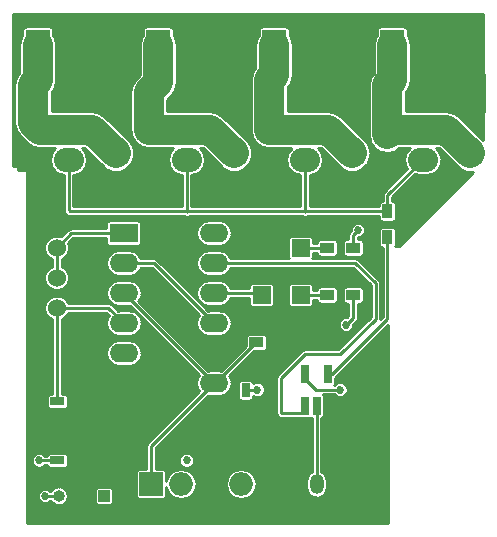
<source format=gbr>
G04 #@! TF.GenerationSoftware,KiCad,Pcbnew,no-vcs-found-ea855c1~58~ubuntu16.04.1*
G04 #@! TF.CreationDate,2017-06-06T15:51:32-04:00*
G04 #@! TF.ProjectId,KillSwitch,4B696C6C5377697463682E6B69636164,rev?*
G04 #@! TF.FileFunction,Copper,L1,Top,Signal*
G04 #@! TF.FilePolarity,Positive*
%FSLAX46Y46*%
G04 Gerber Fmt 4.6, Leading zero omitted, Abs format (unit mm)*
G04 Created by KiCad (PCBNEW no-vcs-found-ea855c1~58~ubuntu16.04.1) date Tue Jun  6 15:51:32 2017*
%MOMM*%
%LPD*%
G01*
G04 APERTURE LIST*
%ADD10C,0.100000*%
%ADD11C,2.500000*%
%ADD12O,1.998980X1.998980*%
%ADD13R,1.998980X1.998980*%
%ADD14R,1.000000X1.000000*%
%ADD15O,1.000000X1.000000*%
%ADD16R,1.200000X0.750000*%
%ADD17R,0.750000X1.200000*%
%ADD18R,1.500000X1.500000*%
%ADD19R,1.200000X1.700000*%
%ADD20O,1.200000X1.700000*%
%ADD21O,2.540000X2.032000*%
%ADD22R,1.200000X0.900000*%
%ADD23C,1.524000*%
%ADD24R,0.900000X1.200000*%
%ADD25R,0.650000X1.560000*%
%ADD26R,2.400000X1.600000*%
%ADD27O,2.400000X1.600000*%
%ADD28R,2.000000X2.500000*%
%ADD29C,0.685800*%
%ADD30C,0.254000*%
%ADD31C,2.540000*%
G04 APERTURE END LIST*
D10*
D11*
X185000000Y-60000000D03*
X195000000Y-60000000D03*
X205000000Y-60000000D03*
X215000000Y-60000000D03*
D12*
X195620000Y-93000000D03*
D13*
X188000000Y-93000000D03*
D12*
X190540000Y-93000000D03*
X193080000Y-93000000D03*
D14*
X184000000Y-94000000D03*
D15*
X182730000Y-94000000D03*
X181460000Y-94000000D03*
X180190000Y-94000000D03*
D16*
X180050000Y-91000000D03*
X181950000Y-91000000D03*
X180050000Y-86000000D03*
X181950000Y-86000000D03*
D17*
X196000000Y-85050000D03*
X196000000Y-86950000D03*
D18*
X200650000Y-73000000D03*
X197350000Y-73000000D03*
X200650000Y-77000000D03*
X197350000Y-77000000D03*
D19*
X200000000Y-93000000D03*
D20*
X202000000Y-93000000D03*
D21*
X181000000Y-63000000D03*
X181000000Y-60460000D03*
X181000000Y-65540000D03*
X191000000Y-63000000D03*
X191000000Y-60460000D03*
X191000000Y-65540000D03*
X201000000Y-63000000D03*
X201000000Y-60460000D03*
X201000000Y-65540000D03*
X211000000Y-63000000D03*
X211000000Y-60460000D03*
X211000000Y-65540000D03*
D22*
X202900000Y-73000000D03*
X205100000Y-73000000D03*
D23*
X180000000Y-75540000D03*
X180000000Y-78080000D03*
X180000000Y-73000000D03*
D24*
X208000000Y-69900000D03*
X208000000Y-72100000D03*
D22*
X205100000Y-77000000D03*
X202900000Y-77000000D03*
X196900000Y-81000000D03*
X199100000Y-81000000D03*
D25*
X201050000Y-86350000D03*
X202000000Y-86350000D03*
X202950000Y-86350000D03*
X202950000Y-83650000D03*
X201050000Y-83650000D03*
D26*
X185674000Y-71755000D03*
D27*
X193294000Y-86995000D03*
X185674000Y-74295000D03*
X193294000Y-84455000D03*
X185674000Y-76835000D03*
X193294000Y-81915000D03*
X185674000Y-79375000D03*
X193294000Y-79375000D03*
X185674000Y-81915000D03*
X193294000Y-76835000D03*
X185674000Y-84455000D03*
X193294000Y-74295000D03*
X185674000Y-86995000D03*
X193294000Y-71755000D03*
D11*
X215000000Y-65000000D03*
X205000000Y-65000000D03*
X195000000Y-65000000D03*
X185000000Y-65000000D03*
D28*
X178400000Y-55800000D03*
X182400000Y-55800000D03*
X188600000Y-55800000D03*
X192600000Y-55800000D03*
X198400000Y-55800000D03*
X202400000Y-55800000D03*
X208400000Y-55800000D03*
X212400000Y-55800000D03*
D29*
X191000000Y-91000000D03*
X205500000Y-71500000D03*
X204500000Y-79500000D03*
X204000000Y-85000000D03*
X178500000Y-91000000D03*
X179000000Y-94000000D03*
X197000000Y-85000000D03*
D30*
X205100000Y-73000000D02*
X205100000Y-71900000D01*
X205100000Y-71900000D02*
X205500000Y-71500000D01*
X205100000Y-77000000D02*
X205100000Y-78900000D01*
X205100000Y-78900000D02*
X204500000Y-79500000D01*
X201050000Y-83650000D02*
X201050000Y-84105000D01*
X201050000Y-84105000D02*
X201945000Y-85000000D01*
X201945000Y-85000000D02*
X204000000Y-85000000D01*
X180050000Y-91000000D02*
X178500000Y-91000000D01*
X180190000Y-94000000D02*
X179000000Y-94000000D01*
X196000000Y-85050000D02*
X196950000Y-85050000D01*
X196950000Y-85050000D02*
X197000000Y-85000000D01*
X193539000Y-72000000D02*
X193294000Y-71755000D01*
X180000000Y-78080000D02*
X180000000Y-85950000D01*
X180000000Y-85950000D02*
X180050000Y-86000000D01*
X180000000Y-78080000D02*
X184379000Y-78080000D01*
X184379000Y-78080000D02*
X185674000Y-79375000D01*
X200650000Y-73000000D02*
X202900000Y-73000000D01*
X202900000Y-77000000D02*
X200650000Y-77000000D01*
X193294000Y-76835000D02*
X197185000Y-76835000D01*
X197185000Y-76835000D02*
X197350000Y-77000000D01*
X193459000Y-77000000D02*
X193294000Y-76835000D01*
X188000000Y-93000000D02*
X188000000Y-89749000D01*
X188000000Y-89749000D02*
X193294000Y-84455000D01*
X193294000Y-84455000D02*
X193445000Y-84455000D01*
X193445000Y-84455000D02*
X196900000Y-81000000D01*
X185674000Y-76835000D02*
X193294000Y-84455000D01*
X201000000Y-65540000D02*
X201000000Y-69900000D01*
X201000000Y-69900000D02*
X201000000Y-70000000D01*
X201000000Y-70000000D02*
X201000000Y-69900000D01*
X191000000Y-65540000D02*
X191000000Y-69900000D01*
X191000000Y-69900000D02*
X191000000Y-70000000D01*
X191000000Y-70000000D02*
X191000000Y-69900000D01*
X208000000Y-69900000D02*
X201000000Y-69900000D01*
X201000000Y-69900000D02*
X191000000Y-69900000D01*
X191000000Y-69900000D02*
X181100000Y-69900000D01*
X181000000Y-69800000D02*
X181000000Y-65540000D01*
X181100000Y-69900000D02*
X181000000Y-69800000D01*
X208000000Y-69900000D02*
X208000000Y-68540000D01*
X208000000Y-68540000D02*
X211000000Y-65540000D01*
X185674000Y-71755000D02*
X181245000Y-71755000D01*
X181245000Y-71755000D02*
X180000000Y-73000000D01*
X180000000Y-73000000D02*
X180000000Y-75540000D01*
X202950000Y-83650000D02*
X203350000Y-83650000D01*
X208000000Y-79000000D02*
X208000000Y-72100000D01*
X203350000Y-83650000D02*
X208000000Y-79000000D01*
X185674000Y-74295000D02*
X188214000Y-74295000D01*
X188214000Y-74295000D02*
X193294000Y-79375000D01*
X202000000Y-93000000D02*
X202000000Y-86350000D01*
X193294000Y-74295000D02*
X205295000Y-74295000D01*
X199000000Y-87000000D02*
X201000000Y-87000000D01*
X199000000Y-84000000D02*
X199000000Y-87000000D01*
X201000000Y-82000000D02*
X199000000Y-84000000D01*
X204000000Y-82000000D02*
X201000000Y-82000000D01*
X207000000Y-79000000D02*
X204000000Y-82000000D01*
X207000000Y-76000000D02*
X207000000Y-79000000D01*
X205295000Y-74295000D02*
X207000000Y-76000000D01*
X201000000Y-87000000D02*
X201050000Y-86350000D01*
D31*
X208400000Y-55800000D02*
X208400000Y-58800000D01*
X208400000Y-63000000D02*
X211000000Y-63000000D01*
X208000000Y-63400000D02*
X208400000Y-63000000D01*
X208000000Y-59200000D02*
X208000000Y-63400000D01*
X208400000Y-58800000D02*
X208000000Y-59200000D01*
X211000000Y-63000000D02*
X213000000Y-63000000D01*
X213000000Y-63000000D02*
X215000000Y-65000000D01*
X198400000Y-55800000D02*
X198400000Y-58400000D01*
X198000000Y-63000000D02*
X201000000Y-63000000D01*
X198000000Y-58800000D02*
X198000000Y-63000000D01*
X198400000Y-58400000D02*
X198000000Y-58800000D01*
X201000000Y-63000000D02*
X203000000Y-63000000D01*
X203000000Y-63000000D02*
X205000000Y-65000000D01*
X188600000Y-55800000D02*
X188600000Y-59000000D01*
X187800000Y-63000000D02*
X191000000Y-63000000D01*
X187800000Y-59800000D02*
X187800000Y-63000000D01*
X188600000Y-59000000D02*
X187800000Y-59800000D01*
X191000000Y-63000000D02*
X193000000Y-63000000D01*
X193000000Y-63000000D02*
X195000000Y-65000000D01*
X178400000Y-55800000D02*
X178400000Y-58800000D01*
X178600000Y-63000000D02*
X181000000Y-63000000D01*
X178000000Y-62400000D02*
X178600000Y-63000000D01*
X178000000Y-59200000D02*
X178000000Y-62400000D01*
X178400000Y-58800000D02*
X178000000Y-59200000D01*
X181000000Y-63000000D02*
X183000000Y-63000000D01*
X183000000Y-63000000D02*
X185000000Y-65000000D01*
D30*
X176329400Y-53227000D02*
X216073000Y-53227000D01*
X176329400Y-53468300D02*
X216073000Y-53468300D01*
X176329400Y-53709600D02*
X216073000Y-53709600D01*
X176329400Y-53950900D02*
X216073000Y-53950900D01*
X176329400Y-54192200D02*
X216073000Y-54192200D01*
X176329400Y-54433500D02*
X177112403Y-54433500D01*
X179687598Y-54433500D02*
X187312403Y-54433500D01*
X189887598Y-54433500D02*
X197112403Y-54433500D01*
X199687598Y-54433500D02*
X207112403Y-54433500D01*
X209687598Y-54433500D02*
X216073000Y-54433500D01*
X176329400Y-54674800D02*
X177089229Y-54674800D01*
X179710771Y-54674800D02*
X187289229Y-54674800D01*
X189910771Y-54674800D02*
X197089229Y-54674800D01*
X199710771Y-54674800D02*
X207089229Y-54674800D01*
X209710771Y-54674800D02*
X216073000Y-54674800D01*
X176329400Y-54916100D02*
X177089229Y-54916100D01*
X179710771Y-54916100D02*
X187289229Y-54916100D01*
X189910771Y-54916100D02*
X197089229Y-54916100D01*
X199710771Y-54916100D02*
X207089229Y-54916100D01*
X209710771Y-54916100D02*
X216073000Y-54916100D01*
X176329400Y-55157400D02*
X176971769Y-55157400D01*
X179828232Y-55157400D02*
X187171769Y-55157400D01*
X190028232Y-55157400D02*
X196971769Y-55157400D01*
X199828232Y-55157400D02*
X206971769Y-55157400D01*
X209828232Y-55157400D02*
X216073000Y-55157400D01*
X176329400Y-55398700D02*
X176905024Y-55398700D01*
X179894977Y-55398700D02*
X187105024Y-55398700D01*
X190094977Y-55398700D02*
X196905024Y-55398700D01*
X199894977Y-55398700D02*
X206905024Y-55398700D01*
X209894977Y-55398700D02*
X216073000Y-55398700D01*
X176329400Y-55640000D02*
X176857027Y-55640000D01*
X179942974Y-55640000D02*
X187057027Y-55640000D01*
X190142974Y-55640000D02*
X196857027Y-55640000D01*
X199942974Y-55640000D02*
X206857027Y-55640000D01*
X209942974Y-55640000D02*
X216073000Y-55640000D01*
X176329400Y-55881300D02*
X176825200Y-55881300D01*
X179974800Y-55881300D02*
X187025200Y-55881300D01*
X190174800Y-55881300D02*
X196825200Y-55881300D01*
X199974800Y-55881300D02*
X206825200Y-55881300D01*
X209974800Y-55881300D02*
X216073000Y-55881300D01*
X176329400Y-56122600D02*
X176825200Y-56122600D01*
X179974800Y-56122600D02*
X187025200Y-56122600D01*
X190174800Y-56122600D02*
X196825200Y-56122600D01*
X199974800Y-56122600D02*
X206825200Y-56122600D01*
X209974800Y-56122600D02*
X216073000Y-56122600D01*
X176329400Y-56363900D02*
X176825200Y-56363900D01*
X179974800Y-56363900D02*
X187025200Y-56363900D01*
X190174800Y-56363900D02*
X196825200Y-56363900D01*
X199974800Y-56363900D02*
X206825200Y-56363900D01*
X209974800Y-56363900D02*
X216073000Y-56363900D01*
X176329400Y-56605200D02*
X176825200Y-56605200D01*
X179974800Y-56605200D02*
X187025200Y-56605200D01*
X190174800Y-56605200D02*
X196825200Y-56605200D01*
X199974800Y-56605200D02*
X206825200Y-56605200D01*
X209974800Y-56605200D02*
X216073000Y-56605200D01*
X176329400Y-56846500D02*
X176825200Y-56846500D01*
X179974800Y-56846500D02*
X187025200Y-56846500D01*
X190174800Y-56846500D02*
X196825200Y-56846500D01*
X199974800Y-56846500D02*
X206825200Y-56846500D01*
X209974800Y-56846500D02*
X216073000Y-56846500D01*
X176329400Y-57087800D02*
X176825200Y-57087800D01*
X179974800Y-57087800D02*
X187025200Y-57087800D01*
X190174800Y-57087800D02*
X196825200Y-57087800D01*
X199974800Y-57087800D02*
X206825200Y-57087800D01*
X209974800Y-57087800D02*
X216073000Y-57087800D01*
X176329400Y-57329100D02*
X176825200Y-57329100D01*
X179974800Y-57329100D02*
X187025200Y-57329100D01*
X190174800Y-57329100D02*
X196825200Y-57329100D01*
X199974800Y-57329100D02*
X206825200Y-57329100D01*
X209974800Y-57329100D02*
X216073000Y-57329100D01*
X176329400Y-57570400D02*
X176825200Y-57570400D01*
X179974800Y-57570400D02*
X187025200Y-57570400D01*
X190174800Y-57570400D02*
X196825200Y-57570400D01*
X199974800Y-57570400D02*
X206825200Y-57570400D01*
X209974800Y-57570400D02*
X216073000Y-57570400D01*
X176329400Y-57811700D02*
X176825200Y-57811700D01*
X179974800Y-57811700D02*
X187025200Y-57811700D01*
X190174800Y-57811700D02*
X196802758Y-57811700D01*
X199974800Y-57811700D02*
X206825200Y-57811700D01*
X209974800Y-57811700D02*
X216073000Y-57811700D01*
X176329400Y-58053000D02*
X176825200Y-58053000D01*
X179974800Y-58053000D02*
X187025200Y-58053000D01*
X190174800Y-58053000D02*
X196641527Y-58053000D01*
X199974800Y-58053000D02*
X206825200Y-58053000D01*
X209974800Y-58053000D02*
X216073000Y-58053000D01*
X176329400Y-58294300D02*
X176747566Y-58294300D01*
X179974800Y-58294300D02*
X187025200Y-58294300D01*
X190174800Y-58294300D02*
X196525791Y-58294300D01*
X199974800Y-58294300D02*
X206747566Y-58294300D01*
X209974800Y-58294300D02*
X216116927Y-58294300D01*
X176329400Y-58535600D02*
X176586335Y-58535600D01*
X179974800Y-58535600D02*
X186837296Y-58535600D01*
X190174800Y-58535600D02*
X196477793Y-58535600D01*
X199947827Y-58535600D02*
X206586335Y-58535600D01*
X209974800Y-58535600D02*
X216170600Y-58535600D01*
X176329400Y-58776900D02*
X176509361Y-58776900D01*
X179974800Y-58776900D02*
X186626011Y-58776900D01*
X190174800Y-58776900D02*
X196429795Y-58776900D01*
X199899829Y-58776900D02*
X206509361Y-58776900D01*
X209974800Y-58776900D02*
X216170600Y-58776900D01*
X176329400Y-59018200D02*
X176461363Y-59018200D01*
X179931397Y-59018200D02*
X186464779Y-59018200D01*
X190171179Y-59018200D02*
X196425200Y-59018200D01*
X199844534Y-59018200D02*
X206461363Y-59018200D01*
X209931397Y-59018200D02*
X216170600Y-59018200D01*
X176329400Y-59259500D02*
X176425200Y-59259500D01*
X179883399Y-59259500D02*
X186332713Y-59259500D01*
X190123182Y-59259500D02*
X196425200Y-59259500D01*
X199683303Y-59259500D02*
X206425200Y-59259500D01*
X209883399Y-59259500D02*
X216170600Y-59259500D01*
X176329400Y-59500800D02*
X176425200Y-59500800D01*
X179789343Y-59500800D02*
X186284715Y-59500800D01*
X190075184Y-59500800D02*
X196425200Y-59500800D01*
X199574800Y-59500800D02*
X206425200Y-59500800D01*
X209789343Y-59500800D02*
X216170600Y-59500800D01*
X176329400Y-59742100D02*
X176425200Y-59742100D01*
X179628112Y-59742100D02*
X186236718Y-59742100D01*
X189961747Y-59742100D02*
X196425200Y-59742100D01*
X199574800Y-59742100D02*
X206425200Y-59742100D01*
X209628112Y-59742100D02*
X216170600Y-59742100D01*
X176329400Y-59983400D02*
X176425200Y-59983400D01*
X179574800Y-59983400D02*
X186225200Y-59983400D01*
X189800516Y-59983400D02*
X196425200Y-59983400D01*
X199574800Y-59983400D02*
X206425200Y-59983400D01*
X209574800Y-59983400D02*
X216170600Y-59983400D01*
X176329400Y-60224700D02*
X176425200Y-60224700D01*
X179574800Y-60224700D02*
X186225200Y-60224700D01*
X189602404Y-60224700D02*
X196425200Y-60224700D01*
X199574800Y-60224700D02*
X206425200Y-60224700D01*
X209574800Y-60224700D02*
X216170600Y-60224700D01*
X176329400Y-60466000D02*
X176425200Y-60466000D01*
X179574800Y-60466000D02*
X186225200Y-60466000D01*
X189374800Y-60466000D02*
X196425200Y-60466000D01*
X199574800Y-60466000D02*
X206425200Y-60466000D01*
X209574800Y-60466000D02*
X216170600Y-60466000D01*
X176329400Y-60707300D02*
X176425200Y-60707300D01*
X179574800Y-60707300D02*
X186225200Y-60707300D01*
X189374800Y-60707300D02*
X196425200Y-60707300D01*
X199574800Y-60707300D02*
X206425200Y-60707300D01*
X209574800Y-60707300D02*
X216170600Y-60707300D01*
X176329400Y-60948600D02*
X176425200Y-60948600D01*
X179574800Y-60948600D02*
X186225200Y-60948600D01*
X189374800Y-60948600D02*
X196425200Y-60948600D01*
X199574800Y-60948600D02*
X206425200Y-60948600D01*
X209574800Y-60948600D02*
X216170600Y-60948600D01*
X176329400Y-61189900D02*
X176425200Y-61189900D01*
X179574800Y-61189900D02*
X186225200Y-61189900D01*
X189374800Y-61189900D02*
X196425200Y-61189900D01*
X199574800Y-61189900D02*
X206425200Y-61189900D01*
X209574800Y-61189900D02*
X216170600Y-61189900D01*
X176329400Y-61431200D02*
X176425200Y-61431200D01*
X183030164Y-61431200D02*
X186225200Y-61431200D01*
X193030164Y-61431200D02*
X196425200Y-61431200D01*
X203030164Y-61431200D02*
X206425200Y-61431200D01*
X213030164Y-61431200D02*
X216170600Y-61431200D01*
X176329400Y-61672500D02*
X176425200Y-61672500D01*
X183793356Y-61672500D02*
X186225200Y-61672500D01*
X193793356Y-61672500D02*
X196425200Y-61672500D01*
X203793356Y-61672500D02*
X206425200Y-61672500D01*
X213793356Y-61672500D02*
X216073000Y-61672500D01*
X176329400Y-61913800D02*
X176425200Y-61913800D01*
X184140904Y-61913800D02*
X186225200Y-61913800D01*
X194140904Y-61913800D02*
X196425200Y-61913800D01*
X204140904Y-61913800D02*
X206425200Y-61913800D01*
X214140904Y-61913800D02*
X216073000Y-61913800D01*
X176329400Y-62155100D02*
X176425200Y-62155100D01*
X184382204Y-62155100D02*
X186225200Y-62155100D01*
X194382204Y-62155100D02*
X196425200Y-62155100D01*
X204382204Y-62155100D02*
X206425200Y-62155100D01*
X214382204Y-62155100D02*
X216073000Y-62155100D01*
X176329400Y-62396400D02*
X176425200Y-62396400D01*
X184623504Y-62396400D02*
X186225200Y-62396400D01*
X194623504Y-62396400D02*
X196425200Y-62396400D01*
X204623504Y-62396400D02*
X206425200Y-62396400D01*
X214623504Y-62396400D02*
X216073000Y-62396400D01*
X176329400Y-62637700D02*
X176472481Y-62637700D01*
X184864804Y-62637700D02*
X186225200Y-62637700D01*
X194864804Y-62637700D02*
X196425200Y-62637700D01*
X204864804Y-62637700D02*
X206425200Y-62637700D01*
X214864804Y-62637700D02*
X216073000Y-62637700D01*
X176329400Y-62879000D02*
X176520479Y-62879000D01*
X185106104Y-62879000D02*
X186225200Y-62879000D01*
X195106104Y-62879000D02*
X196425200Y-62879000D01*
X205106104Y-62879000D02*
X206425200Y-62879000D01*
X215106104Y-62879000D02*
X216073000Y-62879000D01*
X176329400Y-63120300D02*
X176623685Y-63120300D01*
X185347404Y-63120300D02*
X186249129Y-63120300D01*
X195347404Y-63120300D02*
X196449129Y-63120300D01*
X205347404Y-63120300D02*
X206425200Y-63120300D01*
X215347404Y-63120300D02*
X216073000Y-63120300D01*
X176329400Y-63361600D02*
X176784917Y-63361600D01*
X185588704Y-63361600D02*
X186297126Y-63361600D01*
X195588704Y-63361600D02*
X196497126Y-63361600D01*
X205588704Y-63361600D02*
X206425200Y-63361600D01*
X215588704Y-63361600D02*
X216073000Y-63361600D01*
X176329400Y-63602900D02*
X176975796Y-63602900D01*
X185830004Y-63602900D02*
X186345242Y-63602900D01*
X195830004Y-63602900D02*
X196545242Y-63602900D01*
X205830004Y-63602900D02*
X206465559Y-63602900D01*
X215830004Y-63602900D02*
X216073000Y-63602900D01*
X176329400Y-63844200D02*
X177217096Y-63844200D01*
X186071304Y-63844200D02*
X186506473Y-63844200D01*
X196071304Y-63844200D02*
X196706473Y-63844200D01*
X206071304Y-63844200D02*
X206513557Y-63844200D01*
X216071304Y-63844200D02*
X216073000Y-63844200D01*
X176329400Y-64085500D02*
X177458396Y-64085500D01*
X186283998Y-64085500D02*
X186667704Y-64085500D01*
X196283998Y-64085500D02*
X196867704Y-64085500D01*
X206283998Y-64085500D02*
X206600433Y-64085500D01*
X176329400Y-64326800D02*
X177805596Y-64326800D01*
X186407785Y-64326800D02*
X187005596Y-64326800D01*
X196407785Y-64326800D02*
X197205596Y-64326800D01*
X206407785Y-64326800D02*
X206761664Y-64326800D01*
X176329400Y-64568100D02*
X178566316Y-64568100D01*
X186503839Y-64568100D02*
X187766316Y-64568100D01*
X196503839Y-64568100D02*
X197966316Y-64568100D01*
X206503839Y-64568100D02*
X206968085Y-64568100D01*
X176329400Y-64809400D02*
X179675788Y-64809400D01*
X182324213Y-64809400D02*
X182582296Y-64809400D01*
X186554966Y-64809400D02*
X189675788Y-64809400D01*
X192324213Y-64809400D02*
X192582296Y-64809400D01*
X196554966Y-64809400D02*
X199675788Y-64809400D01*
X202324213Y-64809400D02*
X202582296Y-64809400D01*
X206554966Y-64809400D02*
X207329216Y-64809400D01*
X208670783Y-64809400D02*
X209675788Y-64809400D01*
X212324213Y-64809400D02*
X212582296Y-64809400D01*
X176329400Y-65050700D02*
X179517573Y-65050700D01*
X182482428Y-65050700D02*
X182823596Y-65050700D01*
X186564715Y-65050700D02*
X189517573Y-65050700D01*
X192482428Y-65050700D02*
X192823596Y-65050700D01*
X196564715Y-65050700D02*
X199517573Y-65050700D01*
X202482428Y-65050700D02*
X202823596Y-65050700D01*
X206564715Y-65050700D02*
X209517573Y-65050700D01*
X212482428Y-65050700D02*
X212823596Y-65050700D01*
X176329400Y-65292000D02*
X179469576Y-65292000D01*
X182530425Y-65292000D02*
X183064896Y-65292000D01*
X186554545Y-65292000D02*
X189469576Y-65292000D01*
X192530425Y-65292000D02*
X193064896Y-65292000D01*
X196554545Y-65292000D02*
X199469576Y-65292000D01*
X202530425Y-65292000D02*
X203064896Y-65292000D01*
X206554545Y-65292000D02*
X209469576Y-65292000D01*
X212530425Y-65292000D02*
X213064896Y-65292000D01*
X176329400Y-65533300D02*
X179421578Y-65533300D01*
X182578423Y-65533300D02*
X183306196Y-65533300D01*
X186468719Y-65533300D02*
X189421578Y-65533300D01*
X192578423Y-65533300D02*
X193306196Y-65533300D01*
X196468719Y-65533300D02*
X199421578Y-65533300D01*
X202578423Y-65533300D02*
X203306196Y-65533300D01*
X206468719Y-65533300D02*
X209421578Y-65533300D01*
X212578423Y-65533300D02*
X213306196Y-65533300D01*
X176329400Y-65774600D02*
X179466909Y-65774600D01*
X182533090Y-65774600D02*
X183547496Y-65774600D01*
X186361870Y-65774600D02*
X189466909Y-65774600D01*
X192533090Y-65774600D02*
X193547496Y-65774600D01*
X196361870Y-65774600D02*
X199466909Y-65774600D01*
X202533090Y-65774600D02*
X203547496Y-65774600D01*
X206361870Y-65774600D02*
X209466909Y-65774600D01*
X212533090Y-65774600D02*
X213547496Y-65774600D01*
X176329400Y-66015900D02*
X179514906Y-66015900D01*
X182485093Y-66015900D02*
X183788796Y-66015900D01*
X186183065Y-66015900D02*
X189514906Y-66015900D01*
X192485093Y-66015900D02*
X193788796Y-66015900D01*
X196183065Y-66015900D02*
X199514906Y-66015900D01*
X202485093Y-66015900D02*
X203788796Y-66015900D01*
X206183065Y-66015900D02*
X209514906Y-66015900D01*
X212485093Y-66015900D02*
X213788796Y-66015900D01*
X176727000Y-66257200D02*
X179666834Y-66257200D01*
X182333165Y-66257200D02*
X184058105Y-66257200D01*
X185941344Y-66257200D02*
X189666834Y-66257200D01*
X192333165Y-66257200D02*
X194058105Y-66257200D01*
X195941344Y-66257200D02*
X199666834Y-66257200D01*
X202333165Y-66257200D02*
X204058105Y-66257200D01*
X205941344Y-66257200D02*
X209666834Y-66257200D01*
X212333165Y-66257200D02*
X214058105Y-66257200D01*
X177526702Y-66498500D02*
X179863285Y-66498500D01*
X182136714Y-66498500D02*
X184554441Y-66498500D01*
X185444819Y-66498500D02*
X189863285Y-66498500D01*
X192136714Y-66498500D02*
X194554441Y-66498500D01*
X195444819Y-66498500D02*
X199863285Y-66498500D01*
X202136714Y-66498500D02*
X204554441Y-66498500D01*
X205444819Y-66498500D02*
X209466764Y-66498500D01*
X212136714Y-66498500D02*
X214554441Y-66498500D01*
X177527000Y-66739800D02*
X180235029Y-66739800D01*
X181764970Y-66739800D02*
X190235029Y-66739800D01*
X191764970Y-66739800D02*
X200235029Y-66739800D01*
X201764970Y-66739800D02*
X209225464Y-66739800D01*
X211764970Y-66739800D02*
X215080594Y-66739800D01*
X177527000Y-66981100D02*
X180593600Y-66981100D01*
X181406400Y-66981100D02*
X190593600Y-66981100D01*
X191406400Y-66981100D02*
X200593600Y-66981100D01*
X201406400Y-66981100D02*
X208984164Y-66981100D01*
X210133636Y-66981100D02*
X214839294Y-66981100D01*
X177527000Y-67222400D02*
X180593600Y-67222400D01*
X181406400Y-67222400D02*
X190593600Y-67222400D01*
X191406400Y-67222400D02*
X200593600Y-67222400D01*
X201406400Y-67222400D02*
X208742864Y-67222400D01*
X209892336Y-67222400D02*
X214597994Y-67222400D01*
X177527000Y-67463700D02*
X180593600Y-67463700D01*
X181406400Y-67463700D02*
X190593600Y-67463700D01*
X191406400Y-67463700D02*
X200593600Y-67463700D01*
X201406400Y-67463700D02*
X208501564Y-67463700D01*
X209651036Y-67463700D02*
X214356694Y-67463700D01*
X177527000Y-67705000D02*
X180593600Y-67705000D01*
X181406400Y-67705000D02*
X190593600Y-67705000D01*
X191406400Y-67705000D02*
X200593600Y-67705000D01*
X201406400Y-67705000D02*
X208260264Y-67705000D01*
X209409736Y-67705000D02*
X214115394Y-67705000D01*
X177527000Y-67946300D02*
X180593600Y-67946300D01*
X181406400Y-67946300D02*
X190593600Y-67946300D01*
X191406400Y-67946300D02*
X200593600Y-67946300D01*
X201406400Y-67946300D02*
X208018964Y-67946300D01*
X209168436Y-67946300D02*
X213874094Y-67946300D01*
X177527000Y-68187600D02*
X180593600Y-68187600D01*
X181406400Y-68187600D02*
X190593600Y-68187600D01*
X191406400Y-68187600D02*
X200593600Y-68187600D01*
X201406400Y-68187600D02*
X207777664Y-68187600D01*
X208927136Y-68187600D02*
X213632794Y-68187600D01*
X177527000Y-68428900D02*
X180593600Y-68428900D01*
X181406400Y-68428900D02*
X190593600Y-68428900D01*
X191406400Y-68428900D02*
X200593600Y-68428900D01*
X201406400Y-68428900D02*
X207615699Y-68428900D01*
X208685836Y-68428900D02*
X213391494Y-68428900D01*
X177527000Y-68670200D02*
X180593600Y-68670200D01*
X181406400Y-68670200D02*
X190593600Y-68670200D01*
X191406400Y-68670200D02*
X200593600Y-68670200D01*
X201406400Y-68670200D02*
X207593600Y-68670200D01*
X208444536Y-68670200D02*
X213150194Y-68670200D01*
X177527000Y-68911500D02*
X180593600Y-68911500D01*
X181406400Y-68911500D02*
X190593600Y-68911500D01*
X191406400Y-68911500D02*
X200593600Y-68911500D01*
X201406400Y-68911500D02*
X207593600Y-68911500D01*
X208406400Y-68911500D02*
X212908894Y-68911500D01*
X177527000Y-69152800D02*
X180593600Y-69152800D01*
X181406400Y-69152800D02*
X190593600Y-69152800D01*
X191406400Y-69152800D02*
X200593600Y-69152800D01*
X201406400Y-69152800D02*
X207312326Y-69152800D01*
X208687675Y-69152800D02*
X212667594Y-69152800D01*
X177527000Y-69394100D02*
X180593600Y-69394100D01*
X181406400Y-69394100D02*
X190593600Y-69394100D01*
X191406400Y-69394100D02*
X200593600Y-69394100D01*
X201406400Y-69394100D02*
X207265127Y-69394100D01*
X208734873Y-69394100D02*
X212426294Y-69394100D01*
X177527000Y-69635400D02*
X180593600Y-69635400D01*
X208734873Y-69635400D02*
X212184994Y-69635400D01*
X177527000Y-69876700D02*
X180608856Y-69876700D01*
X208734873Y-69876700D02*
X211943694Y-69876700D01*
X177527000Y-70118000D02*
X180743264Y-70118000D01*
X208734873Y-70118000D02*
X211702394Y-70118000D01*
X177527000Y-70359300D02*
X190820284Y-70359300D01*
X191179715Y-70359300D02*
X200820284Y-70359300D01*
X201179715Y-70359300D02*
X207265127Y-70359300D01*
X208734873Y-70359300D02*
X211461094Y-70359300D01*
X177527000Y-70600600D02*
X207285137Y-70600600D01*
X208714862Y-70600600D02*
X211219794Y-70600600D01*
X177527000Y-70841900D02*
X184213541Y-70841900D01*
X187134460Y-70841900D02*
X192326031Y-70841900D01*
X194261970Y-70841900D02*
X210978494Y-70841900D01*
X177527000Y-71083200D02*
X184189127Y-71083200D01*
X187158873Y-71083200D02*
X192040661Y-71083200D01*
X194547340Y-71083200D02*
X205036694Y-71083200D01*
X205963226Y-71083200D02*
X210737194Y-71083200D01*
X177527000Y-71324500D02*
X184189127Y-71324500D01*
X187158873Y-71324500D02*
X191879429Y-71324500D01*
X194708572Y-71324500D02*
X204899058Y-71324500D01*
X206100815Y-71324500D02*
X207331235Y-71324500D01*
X208668766Y-71324500D02*
X210495894Y-71324500D01*
X177527000Y-71565800D02*
X180859464Y-71565800D01*
X187158873Y-71565800D02*
X191823252Y-71565800D01*
X194764749Y-71565800D02*
X204859464Y-71565800D01*
X206122243Y-71565800D02*
X207265127Y-71565800D01*
X208734873Y-71565800D02*
X210254594Y-71565800D01*
X177527000Y-71807100D02*
X180618164Y-71807100D01*
X187158873Y-71807100D02*
X191795980Y-71807100D01*
X194792019Y-71807100D02*
X204712079Y-71807100D01*
X206046297Y-71807100D02*
X207265127Y-71807100D01*
X208734873Y-71807100D02*
X210013294Y-71807100D01*
X177527000Y-72048400D02*
X179575993Y-72048400D01*
X187158873Y-72048400D02*
X191843977Y-72048400D01*
X194744022Y-72048400D02*
X199698810Y-72048400D01*
X201601191Y-72048400D02*
X204693600Y-72048400D01*
X205802352Y-72048400D02*
X207265127Y-72048400D01*
X208734873Y-72048400D02*
X209771994Y-72048400D01*
X177527000Y-72289700D02*
X179237492Y-72289700D01*
X181285036Y-72289700D02*
X184189127Y-72289700D01*
X187158873Y-72289700D02*
X191949052Y-72289700D01*
X194638947Y-72289700D02*
X199615127Y-72289700D01*
X201684873Y-72289700D02*
X202186662Y-72289700D01*
X203613339Y-72289700D02*
X204386662Y-72289700D01*
X205813339Y-72289700D02*
X207265127Y-72289700D01*
X208734873Y-72289700D02*
X209530694Y-72289700D01*
X177527000Y-72531000D02*
X179067135Y-72531000D01*
X181043736Y-72531000D02*
X184189127Y-72531000D01*
X187158873Y-72531000D02*
X192120846Y-72531000D01*
X194467153Y-72531000D02*
X199615127Y-72531000D01*
X201684873Y-72531000D02*
X202018907Y-72531000D01*
X203781094Y-72531000D02*
X204218907Y-72531000D01*
X205981094Y-72531000D02*
X207265127Y-72531000D01*
X208734873Y-72531000D02*
X209289394Y-72531000D01*
X177527000Y-72772300D02*
X178966938Y-72772300D01*
X181032713Y-72772300D02*
X184296306Y-72772300D01*
X187051693Y-72772300D02*
X192552817Y-72772300D01*
X194035182Y-72772300D02*
X199615127Y-72772300D01*
X203784873Y-72772300D02*
X204215127Y-72772300D01*
X205984873Y-72772300D02*
X207279508Y-72772300D01*
X208720491Y-72772300D02*
X209048094Y-72772300D01*
X177527000Y-73013600D02*
X178958588Y-73013600D01*
X181041388Y-73013600D02*
X199615127Y-73013600D01*
X203784873Y-73013600D02*
X204215127Y-73013600D01*
X205984873Y-73013600D02*
X207593600Y-73013600D01*
X177527000Y-73254900D02*
X178978526Y-73254900D01*
X181021767Y-73254900D02*
X185047442Y-73254900D01*
X186300559Y-73254900D02*
X192667442Y-73254900D01*
X193920559Y-73254900D02*
X199615127Y-73254900D01*
X203784873Y-73254900D02*
X204215127Y-73254900D01*
X205984873Y-73254900D02*
X207593600Y-73254900D01*
X177527000Y-73496200D02*
X179078229Y-73496200D01*
X180921570Y-73496200D02*
X184534969Y-73496200D01*
X186813032Y-73496200D02*
X192154969Y-73496200D01*
X194433032Y-73496200D02*
X199615127Y-73496200D01*
X201684873Y-73496200D02*
X202024316Y-73496200D01*
X203775683Y-73496200D02*
X204224316Y-73496200D01*
X205975683Y-73496200D02*
X207593600Y-73496200D01*
X177527000Y-73737500D02*
X179264735Y-73737500D01*
X180735260Y-73737500D02*
X184344288Y-73737500D01*
X187003713Y-73737500D02*
X191964288Y-73737500D01*
X194623713Y-73737500D02*
X199615127Y-73737500D01*
X201684873Y-73737500D02*
X207593600Y-73737500D01*
X177527000Y-73978800D02*
X179593600Y-73978800D01*
X180406400Y-73978800D02*
X184228513Y-73978800D01*
X188458219Y-73978800D02*
X191848513Y-73978800D01*
X205539219Y-73978800D02*
X207593600Y-73978800D01*
X177527000Y-74220100D02*
X179593600Y-74220100D01*
X180406400Y-74220100D02*
X184180516Y-74220100D01*
X188713836Y-74220100D02*
X191800516Y-74220100D01*
X205794836Y-74220100D02*
X207593600Y-74220100D01*
X177527000Y-74461400D02*
X179593600Y-74461400D01*
X180406400Y-74461400D02*
X184198715Y-74461400D01*
X188955136Y-74461400D02*
X191818715Y-74461400D01*
X206036136Y-74461400D02*
X207593600Y-74461400D01*
X177527000Y-74702700D02*
X179364714Y-74702700D01*
X180635639Y-74702700D02*
X184246713Y-74702700D01*
X187101286Y-74702700D02*
X188046964Y-74702700D01*
X189196436Y-74702700D02*
X191866713Y-74702700D01*
X194721286Y-74702700D02*
X205127964Y-74702700D01*
X206277436Y-74702700D02*
X207593600Y-74702700D01*
X177527000Y-74944000D02*
X179122993Y-74944000D01*
X180876518Y-74944000D02*
X184405425Y-74944000D01*
X186942574Y-74944000D02*
X188288264Y-74944000D01*
X189437736Y-74944000D02*
X192025425Y-74944000D01*
X194562574Y-74944000D02*
X205369264Y-74944000D01*
X206518736Y-74944000D02*
X207593600Y-74944000D01*
X177527000Y-75185300D02*
X179019674Y-75185300D01*
X180980238Y-75185300D02*
X184671908Y-75185300D01*
X186676091Y-75185300D02*
X188529564Y-75185300D01*
X189679036Y-75185300D02*
X192291908Y-75185300D01*
X194296091Y-75185300D02*
X205610564Y-75185300D01*
X206760036Y-75185300D02*
X207593600Y-75185300D01*
X177527000Y-75426600D02*
X178958699Y-75426600D01*
X181041499Y-75426600D02*
X188770864Y-75426600D01*
X189920336Y-75426600D02*
X205851864Y-75426600D01*
X207001336Y-75426600D02*
X207593600Y-75426600D01*
X177527000Y-75667900D02*
X178958489Y-75667900D01*
X181041288Y-75667900D02*
X189012164Y-75667900D01*
X190161636Y-75667900D02*
X206093164Y-75667900D01*
X207242636Y-75667900D02*
X207593600Y-75667900D01*
X177527000Y-75909200D02*
X179025754Y-75909200D01*
X180974306Y-75909200D02*
X184725038Y-75909200D01*
X186622963Y-75909200D02*
X189253464Y-75909200D01*
X190402936Y-75909200D02*
X192345038Y-75909200D01*
X194242963Y-75909200D02*
X206334464Y-75909200D01*
X207388340Y-75909200D02*
X207593600Y-75909200D01*
X177527000Y-76150500D02*
X179137956Y-76150500D01*
X180862482Y-76150500D02*
X184429147Y-76150500D01*
X186918854Y-76150500D02*
X189494764Y-76150500D01*
X190644236Y-76150500D02*
X192049147Y-76150500D01*
X194538854Y-76150500D02*
X196334920Y-76150500D01*
X198365081Y-76150500D02*
X199634920Y-76150500D01*
X201665081Y-76150500D02*
X206575764Y-76150500D01*
X207406400Y-76150500D02*
X207593600Y-76150500D01*
X177527000Y-76391800D02*
X179378836Y-76391800D01*
X180620761Y-76391800D02*
X184267915Y-76391800D01*
X187080086Y-76391800D02*
X189736064Y-76391800D01*
X190885536Y-76391800D02*
X191887915Y-76391800D01*
X194700086Y-76391800D02*
X196315127Y-76391800D01*
X198384873Y-76391800D02*
X199615127Y-76391800D01*
X201684873Y-76391800D02*
X202069676Y-76391800D01*
X203730325Y-76391800D02*
X204269676Y-76391800D01*
X205930325Y-76391800D02*
X206593600Y-76391800D01*
X207406400Y-76391800D02*
X207593600Y-76391800D01*
X177527000Y-76633100D02*
X184205778Y-76633100D01*
X187142223Y-76633100D02*
X189977364Y-76633100D01*
X191126836Y-76633100D02*
X191825778Y-76633100D01*
X198384873Y-76633100D02*
X199615127Y-76633100D01*
X203784873Y-76633100D02*
X204215127Y-76633100D01*
X205984873Y-76633100D02*
X206593600Y-76633100D01*
X207406400Y-76633100D02*
X207593600Y-76633100D01*
X177527000Y-76874400D02*
X184173454Y-76874400D01*
X187174545Y-76874400D02*
X190218664Y-76874400D01*
X191368136Y-76874400D02*
X191793454Y-76874400D01*
X198384873Y-76874400D02*
X199615127Y-76874400D01*
X203784873Y-76874400D02*
X204215127Y-76874400D01*
X205984873Y-76874400D02*
X206593600Y-76874400D01*
X207406400Y-76874400D02*
X207593600Y-76874400D01*
X177527000Y-77115700D02*
X179606730Y-77115700D01*
X180393298Y-77115700D02*
X184221451Y-77115700D01*
X187126548Y-77115700D02*
X190459964Y-77115700D01*
X191609436Y-77115700D02*
X191841451Y-77115700D01*
X198384873Y-77115700D02*
X199615127Y-77115700D01*
X203784873Y-77115700D02*
X204215127Y-77115700D01*
X205984873Y-77115700D02*
X206593600Y-77115700D01*
X207406400Y-77115700D02*
X207593600Y-77115700D01*
X177527000Y-77357000D02*
X179250215Y-77357000D01*
X180749740Y-77357000D02*
X184320567Y-77357000D01*
X187027432Y-77357000D02*
X190701264Y-77357000D01*
X191850736Y-77357000D02*
X191940567Y-77357000D01*
X194647432Y-77357000D02*
X196315127Y-77357000D01*
X198384873Y-77357000D02*
X199615127Y-77357000D01*
X203784873Y-77357000D02*
X204215127Y-77357000D01*
X205984873Y-77357000D02*
X206593600Y-77357000D01*
X207406400Y-77357000D02*
X207593600Y-77357000D01*
X177527000Y-77598300D02*
X179072409Y-77598300D01*
X180927762Y-77598300D02*
X184481839Y-77598300D01*
X187012036Y-77598300D02*
X190942564Y-77598300D01*
X192092036Y-77598300D02*
X192101839Y-77598300D01*
X194486160Y-77598300D02*
X196315127Y-77598300D01*
X198384873Y-77598300D02*
X199615127Y-77598300D01*
X201684873Y-77598300D02*
X202063060Y-77598300D01*
X203736939Y-77598300D02*
X204263060Y-77598300D01*
X205936939Y-77598300D02*
X206593600Y-77598300D01*
X207406400Y-77598300D02*
X207593600Y-77598300D01*
X177527000Y-77839600D02*
X178972212Y-77839600D01*
X184713337Y-77839600D02*
X184868970Y-77839600D01*
X187253336Y-77839600D02*
X191183864Y-77839600D01*
X192333336Y-77839600D02*
X192488970Y-77839600D01*
X194099029Y-77839600D02*
X196332949Y-77839600D01*
X198367050Y-77839600D02*
X199632949Y-77839600D01*
X201667050Y-77839600D02*
X204693600Y-77839600D01*
X205506400Y-77839600D02*
X206593600Y-77839600D01*
X207406400Y-77839600D02*
X207593600Y-77839600D01*
X177527000Y-78080900D02*
X178958599Y-78080900D01*
X184954637Y-78080900D02*
X186345164Y-78080900D01*
X187494636Y-78080900D02*
X191425164Y-78080900D01*
X192574636Y-78080900D02*
X204693600Y-78080900D01*
X205506400Y-78080900D02*
X206593600Y-78080900D01*
X207406400Y-78080900D02*
X207593600Y-78080900D01*
X177527000Y-78322200D02*
X178973279Y-78322200D01*
X186236711Y-78322200D02*
X186586464Y-78322200D01*
X187735936Y-78322200D02*
X191666464Y-78322200D01*
X193856711Y-78322200D02*
X204693600Y-78322200D01*
X205506400Y-78322200D02*
X206593600Y-78322200D01*
X207406400Y-78322200D02*
X207593600Y-78322200D01*
X177527000Y-78563500D02*
X179072981Y-78563500D01*
X180926844Y-78563500D02*
X184287763Y-78563500D01*
X186794025Y-78563500D02*
X186827764Y-78563500D01*
X187977236Y-78563500D02*
X191907764Y-78563500D01*
X194414025Y-78563500D02*
X204693600Y-78563500D01*
X205506400Y-78563500D02*
X206593600Y-78563500D01*
X207406400Y-78563500D02*
X207593600Y-78563500D01*
X177527000Y-78804800D02*
X179252057Y-78804800D01*
X180747982Y-78804800D02*
X184352774Y-78804800D01*
X186995227Y-78804800D02*
X187069064Y-78804800D01*
X188218536Y-78804800D02*
X191972774Y-78804800D01*
X194615227Y-78804800D02*
X204620464Y-78804800D01*
X205506400Y-78804800D02*
X206593600Y-78804800D01*
X207406400Y-78804800D02*
X207593600Y-78804800D01*
X177527000Y-79046100D02*
X179593600Y-79046100D01*
X180406400Y-79046100D02*
X184231040Y-79046100D01*
X187116961Y-79046100D02*
X187310364Y-79046100D01*
X188459836Y-79046100D02*
X191851040Y-79046100D01*
X194736961Y-79046100D02*
X204073859Y-79046100D01*
X205477339Y-79046100D02*
X206379164Y-79046100D01*
X177527000Y-79287400D02*
X179593600Y-79287400D01*
X180406400Y-79287400D02*
X184183042Y-79287400D01*
X187164959Y-79287400D02*
X187551664Y-79287400D01*
X188701136Y-79287400D02*
X191803042Y-79287400D01*
X194784959Y-79287400D02*
X203914463Y-79287400D01*
X205287336Y-79287400D02*
X206137864Y-79287400D01*
X177527000Y-79528700D02*
X179593600Y-79528700D01*
X180406400Y-79528700D02*
X184196189Y-79528700D01*
X187151810Y-79528700D02*
X187792964Y-79528700D01*
X188942436Y-79528700D02*
X191816189Y-79528700D01*
X194771810Y-79528700D02*
X203877675Y-79528700D01*
X205122275Y-79528700D02*
X205896564Y-79528700D01*
X208046036Y-79528700D02*
X208073000Y-79528700D01*
X177527000Y-79770000D02*
X179593600Y-79770000D01*
X180406400Y-79770000D02*
X184244187Y-79770000D01*
X187103812Y-79770000D02*
X188034264Y-79770000D01*
X189183736Y-79770000D02*
X191864187Y-79770000D01*
X194723812Y-79770000D02*
X203938232Y-79770000D01*
X205061703Y-79770000D02*
X205655264Y-79770000D01*
X207804736Y-79770000D02*
X208073000Y-79770000D01*
X177527000Y-80011300D02*
X179593600Y-80011300D01*
X180406400Y-80011300D02*
X184396939Y-80011300D01*
X186951060Y-80011300D02*
X188275564Y-80011300D01*
X189425036Y-80011300D02*
X192016939Y-80011300D01*
X194571060Y-80011300D02*
X204131109Y-80011300D01*
X204868640Y-80011300D02*
X205413964Y-80011300D01*
X207563436Y-80011300D02*
X208073000Y-80011300D01*
X177527000Y-80252600D02*
X179593600Y-80252600D01*
X180406400Y-80252600D02*
X184652901Y-80252600D01*
X186695098Y-80252600D02*
X188516864Y-80252600D01*
X189666336Y-80252600D02*
X192272901Y-80252600D01*
X194315098Y-80252600D02*
X205172664Y-80252600D01*
X207322136Y-80252600D02*
X208073000Y-80252600D01*
X177527000Y-80493900D02*
X179593600Y-80493900D01*
X180406400Y-80493900D02*
X188758164Y-80493900D01*
X189907636Y-80493900D02*
X196026287Y-80493900D01*
X197773714Y-80493900D02*
X204931364Y-80493900D01*
X207080836Y-80493900D02*
X208073000Y-80493900D01*
X177527000Y-80735200D02*
X179593600Y-80735200D01*
X180406400Y-80735200D02*
X188999464Y-80735200D01*
X190148936Y-80735200D02*
X196015127Y-80735200D01*
X197784873Y-80735200D02*
X204690064Y-80735200D01*
X206839536Y-80735200D02*
X208073000Y-80735200D01*
X177527000Y-80976500D02*
X179593600Y-80976500D01*
X180406400Y-80976500D02*
X184744045Y-80976500D01*
X186603956Y-80976500D02*
X189240764Y-80976500D01*
X190390236Y-80976500D02*
X196015127Y-80976500D01*
X197784873Y-80976500D02*
X204448764Y-80976500D01*
X206598236Y-80976500D02*
X208073000Y-80976500D01*
X177527000Y-81217800D02*
X179593600Y-81217800D01*
X180406400Y-81217800D02*
X184437633Y-81217800D01*
X186910368Y-81217800D02*
X189482064Y-81217800D01*
X190631536Y-81217800D02*
X196015127Y-81217800D01*
X197784873Y-81217800D02*
X204207464Y-81217800D01*
X206356936Y-81217800D02*
X208073000Y-81217800D01*
X177527000Y-81459100D02*
X179593600Y-81459100D01*
X180406400Y-81459100D02*
X184276401Y-81459100D01*
X187071600Y-81459100D02*
X189723364Y-81459100D01*
X190872836Y-81459100D02*
X195866164Y-81459100D01*
X197783062Y-81459100D02*
X203966164Y-81459100D01*
X206115636Y-81459100D02*
X208073000Y-81459100D01*
X177527000Y-81700400D02*
X179593600Y-81700400D01*
X180406400Y-81700400D02*
X184208304Y-81700400D01*
X187139697Y-81700400D02*
X189964664Y-81700400D01*
X191114136Y-81700400D02*
X195624864Y-81700400D01*
X197628154Y-81700400D02*
X200730939Y-81700400D01*
X205874336Y-81700400D02*
X208073000Y-81700400D01*
X177527000Y-81941700D02*
X179593600Y-81941700D01*
X180406400Y-81941700D02*
X184170927Y-81941700D01*
X187177072Y-81941700D02*
X190205964Y-81941700D01*
X191355436Y-81941700D02*
X195383564Y-81941700D01*
X196533036Y-81941700D02*
X200483564Y-81941700D01*
X205633036Y-81941700D02*
X208073000Y-81941700D01*
X177527000Y-82183000D02*
X179593600Y-82183000D01*
X180406400Y-82183000D02*
X184218925Y-82183000D01*
X187129074Y-82183000D02*
X190447264Y-82183000D01*
X191596736Y-82183000D02*
X195142264Y-82183000D01*
X196291736Y-82183000D02*
X200242264Y-82183000D01*
X205391736Y-82183000D02*
X208073000Y-82183000D01*
X177527000Y-82424300D02*
X179593600Y-82424300D01*
X180406400Y-82424300D02*
X184312081Y-82424300D01*
X187035918Y-82424300D02*
X190688564Y-82424300D01*
X191838036Y-82424300D02*
X194900964Y-82424300D01*
X196050436Y-82424300D02*
X200000964Y-82424300D01*
X205150436Y-82424300D02*
X208073000Y-82424300D01*
X177527000Y-82665600D02*
X179593600Y-82665600D01*
X180406400Y-82665600D02*
X184473312Y-82665600D01*
X186874687Y-82665600D02*
X190929864Y-82665600D01*
X192079336Y-82665600D02*
X194659664Y-82665600D01*
X195809136Y-82665600D02*
X199759664Y-82665600D01*
X204909136Y-82665600D02*
X208073000Y-82665600D01*
X177527000Y-82906900D02*
X179593600Y-82906900D01*
X180406400Y-82906900D02*
X184823963Y-82906900D01*
X186524036Y-82906900D02*
X191171164Y-82906900D01*
X192320636Y-82906900D02*
X194418364Y-82906900D01*
X195567836Y-82906900D02*
X199518364Y-82906900D01*
X204667836Y-82906900D02*
X208073000Y-82906900D01*
X177527000Y-83148200D02*
X179593600Y-83148200D01*
X180406400Y-83148200D02*
X191412464Y-83148200D01*
X192561936Y-83148200D02*
X194177064Y-83148200D01*
X195326536Y-83148200D02*
X199277064Y-83148200D01*
X204426536Y-83148200D02*
X208073000Y-83148200D01*
X177527000Y-83389500D02*
X179593600Y-83389500D01*
X180406400Y-83389500D02*
X191653764Y-83389500D01*
X193792863Y-83389500D02*
X193935764Y-83389500D01*
X195085236Y-83389500D02*
X199035764Y-83389500D01*
X204185236Y-83389500D02*
X208073000Y-83389500D01*
X177527000Y-83630800D02*
X179593600Y-83630800D01*
X180406400Y-83630800D02*
X191895064Y-83630800D01*
X194843936Y-83630800D02*
X198794464Y-83630800D01*
X203943936Y-83630800D02*
X208073000Y-83630800D01*
X177527000Y-83872100D02*
X179593600Y-83872100D01*
X180406400Y-83872100D02*
X191981260Y-83872100D01*
X194606742Y-83872100D02*
X198619041Y-83872100D01*
X203702636Y-83872100D02*
X208073000Y-83872100D01*
X177527000Y-84113400D02*
X179593600Y-84113400D01*
X180406400Y-84113400D02*
X191853566Y-84113400D01*
X194734435Y-84113400D02*
X198593600Y-84113400D01*
X203559873Y-84113400D02*
X208073000Y-84113400D01*
X177527000Y-84354700D02*
X179593600Y-84354700D01*
X180406400Y-84354700D02*
X191805568Y-84354700D01*
X194782433Y-84354700D02*
X195359084Y-84354700D01*
X196640917Y-84354700D02*
X198593600Y-84354700D01*
X203559873Y-84354700D02*
X208073000Y-84354700D01*
X177527000Y-84596000D02*
X179593600Y-84596000D01*
X180406400Y-84596000D02*
X191813663Y-84596000D01*
X194774336Y-84596000D02*
X195340127Y-84596000D01*
X197476003Y-84596000D02*
X198593600Y-84596000D01*
X204476003Y-84596000D02*
X208073000Y-84596000D01*
X177527000Y-84837300D02*
X179593600Y-84837300D01*
X180406400Y-84837300D02*
X191861660Y-84837300D01*
X194726339Y-84837300D02*
X195340127Y-84837300D01*
X197606104Y-84837300D02*
X198593600Y-84837300D01*
X204606104Y-84837300D02*
X208073000Y-84837300D01*
X177527000Y-85078600D02*
X179593600Y-85078600D01*
X180406400Y-85078600D02*
X192008454Y-85078600D01*
X194579545Y-85078600D02*
X195340127Y-85078600D01*
X197622231Y-85078600D02*
X198593600Y-85078600D01*
X204622231Y-85078600D02*
X208073000Y-85078600D01*
X177527000Y-85319900D02*
X179593600Y-85319900D01*
X180406400Y-85319900D02*
X191854364Y-85319900D01*
X194334105Y-85319900D02*
X195340127Y-85319900D01*
X197540982Y-85319900D02*
X198593600Y-85319900D01*
X204540982Y-85319900D02*
X208073000Y-85319900D01*
X177527000Y-85561200D02*
X179177818Y-85561200D01*
X180922183Y-85561200D02*
X191613064Y-85561200D01*
X192762536Y-85561200D02*
X195340127Y-85561200D01*
X196659873Y-85561200D02*
X196728788Y-85561200D01*
X197271374Y-85561200D02*
X198593600Y-85561200D01*
X202608123Y-85561200D02*
X203728788Y-85561200D01*
X204271374Y-85561200D02*
X208073000Y-85561200D01*
X177527000Y-85802500D02*
X179165127Y-85802500D01*
X180934873Y-85802500D02*
X191371764Y-85802500D01*
X192521236Y-85802500D02*
X195390866Y-85802500D01*
X196609133Y-85802500D02*
X198593600Y-85802500D01*
X202609873Y-85802500D02*
X208073000Y-85802500D01*
X177527000Y-86043800D02*
X179165127Y-86043800D01*
X180934873Y-86043800D02*
X191130464Y-86043800D01*
X192279936Y-86043800D02*
X198593600Y-86043800D01*
X202609873Y-86043800D02*
X208073000Y-86043800D01*
X177527000Y-86285100D02*
X179165127Y-86285100D01*
X180934873Y-86285100D02*
X190889164Y-86285100D01*
X192038636Y-86285100D02*
X198593600Y-86285100D01*
X202609873Y-86285100D02*
X208073000Y-86285100D01*
X177527000Y-86526400D02*
X179215131Y-86526400D01*
X180884868Y-86526400D02*
X190647864Y-86526400D01*
X191797336Y-86526400D02*
X198593600Y-86526400D01*
X202609873Y-86526400D02*
X208073000Y-86526400D01*
X177527000Y-86767700D02*
X190406564Y-86767700D01*
X191556036Y-86767700D02*
X198593600Y-86767700D01*
X202609873Y-86767700D02*
X208073000Y-86767700D01*
X177527000Y-87009000D02*
X190165264Y-87009000D01*
X191314736Y-87009000D02*
X198595390Y-87009000D01*
X202609873Y-87009000D02*
X208073000Y-87009000D01*
X177527000Y-87250300D02*
X189923964Y-87250300D01*
X191073436Y-87250300D02*
X198687863Y-87250300D01*
X202580648Y-87250300D02*
X208073000Y-87250300D01*
X177527000Y-87491600D02*
X189682664Y-87491600D01*
X190832136Y-87491600D02*
X201593600Y-87491600D01*
X202406400Y-87491600D02*
X208073000Y-87491600D01*
X177527000Y-87732900D02*
X189441364Y-87732900D01*
X190590836Y-87732900D02*
X201593600Y-87732900D01*
X202406400Y-87732900D02*
X208073000Y-87732900D01*
X177527000Y-87974200D02*
X189200064Y-87974200D01*
X190349536Y-87974200D02*
X201593600Y-87974200D01*
X202406400Y-87974200D02*
X208073000Y-87974200D01*
X177527000Y-88215500D02*
X188958764Y-88215500D01*
X190108236Y-88215500D02*
X201593600Y-88215500D01*
X202406400Y-88215500D02*
X208073000Y-88215500D01*
X177527000Y-88456800D02*
X188717464Y-88456800D01*
X189866936Y-88456800D02*
X201593600Y-88456800D01*
X202406400Y-88456800D02*
X208073000Y-88456800D01*
X177527000Y-88698100D02*
X188476164Y-88698100D01*
X189625636Y-88698100D02*
X201593600Y-88698100D01*
X202406400Y-88698100D02*
X208073000Y-88698100D01*
X177527000Y-88939400D02*
X188234864Y-88939400D01*
X189384336Y-88939400D02*
X201593600Y-88939400D01*
X202406400Y-88939400D02*
X208073000Y-88939400D01*
X177527000Y-89180700D02*
X187993564Y-89180700D01*
X189143036Y-89180700D02*
X201593600Y-89180700D01*
X202406400Y-89180700D02*
X208073000Y-89180700D01*
X177527000Y-89422000D02*
X187752264Y-89422000D01*
X188901736Y-89422000D02*
X201593600Y-89422000D01*
X202406400Y-89422000D02*
X208073000Y-89422000D01*
X177527000Y-89663300D02*
X187610647Y-89663300D01*
X188660436Y-89663300D02*
X201593600Y-89663300D01*
X202406400Y-89663300D02*
X208073000Y-89663300D01*
X177527000Y-89904600D02*
X187593600Y-89904600D01*
X188419136Y-89904600D02*
X201593600Y-89904600D01*
X202406400Y-89904600D02*
X208073000Y-89904600D01*
X177527000Y-90145900D02*
X187593600Y-90145900D01*
X188406400Y-90145900D02*
X201593600Y-90145900D01*
X202406400Y-90145900D02*
X208073000Y-90145900D01*
X177527000Y-90387200D02*
X178353507Y-90387200D01*
X178646945Y-90387200D02*
X179302988Y-90387200D01*
X180797013Y-90387200D02*
X187593600Y-90387200D01*
X188406400Y-90387200D02*
X190853507Y-90387200D01*
X191146945Y-90387200D02*
X201593600Y-90387200D01*
X202406400Y-90387200D02*
X208073000Y-90387200D01*
X177527000Y-90628500D02*
X177991315Y-90628500D01*
X180934873Y-90628500D02*
X187593600Y-90628500D01*
X188406400Y-90628500D02*
X190491315Y-90628500D01*
X191508446Y-90628500D02*
X201593600Y-90628500D01*
X202406400Y-90628500D02*
X208073000Y-90628500D01*
X177527000Y-90869800D02*
X177880248Y-90869800D01*
X180934873Y-90869800D02*
X187593600Y-90869800D01*
X188406400Y-90869800D02*
X190380248Y-90869800D01*
X191619533Y-90869800D02*
X201593600Y-90869800D01*
X202406400Y-90869800D02*
X208073000Y-90869800D01*
X177527000Y-91111100D02*
X177877603Y-91111100D01*
X180934873Y-91111100D02*
X187593600Y-91111100D01*
X188406400Y-91111100D02*
X190377603Y-91111100D01*
X191622203Y-91111100D02*
X201593600Y-91111100D01*
X202406400Y-91111100D02*
X208073000Y-91111100D01*
X177527000Y-91352400D02*
X177972487Y-91352400D01*
X180934873Y-91352400D02*
X187593600Y-91352400D01*
X188406400Y-91352400D02*
X190472487Y-91352400D01*
X191527487Y-91352400D02*
X201593600Y-91352400D01*
X202406400Y-91352400D02*
X208073000Y-91352400D01*
X177527000Y-91593700D02*
X178307057Y-91593700D01*
X178692718Y-91593700D02*
X179274401Y-91593700D01*
X180825598Y-91593700D02*
X187593600Y-91593700D01*
X188406400Y-91593700D02*
X190807057Y-91593700D01*
X191192718Y-91593700D02*
X201593600Y-91593700D01*
X202406400Y-91593700D02*
X208073000Y-91593700D01*
X177527000Y-91835000D02*
X186775070Y-91835000D01*
X189224931Y-91835000D02*
X190000782Y-91835000D01*
X191079219Y-91835000D02*
X195080782Y-91835000D01*
X196159219Y-91835000D02*
X201593600Y-91835000D01*
X202406400Y-91835000D02*
X208073000Y-91835000D01*
X177527000Y-92076300D02*
X186715637Y-92076300D01*
X189284363Y-92076300D02*
X189639650Y-92076300D01*
X191440351Y-92076300D02*
X194719650Y-92076300D01*
X196520351Y-92076300D02*
X201422685Y-92076300D01*
X202577316Y-92076300D02*
X208073000Y-92076300D01*
X177527000Y-92317600D02*
X186715637Y-92317600D01*
X189284363Y-92317600D02*
X189462357Y-92317600D01*
X191617644Y-92317600D02*
X194542357Y-92317600D01*
X196697644Y-92317600D02*
X201236813Y-92317600D01*
X202763188Y-92317600D02*
X208073000Y-92317600D01*
X177527000Y-92558900D02*
X186715637Y-92558900D01*
X189284363Y-92558900D02*
X189323796Y-92558900D01*
X191756205Y-92558900D02*
X194403796Y-92558900D01*
X196836205Y-92558900D02*
X201154211Y-92558900D01*
X202845790Y-92558900D02*
X208073000Y-92558900D01*
X177527000Y-92800200D02*
X186715637Y-92800200D01*
X191804203Y-92800200D02*
X194355798Y-92800200D01*
X196884203Y-92800200D02*
X201120600Y-92800200D01*
X202879400Y-92800200D02*
X208073000Y-92800200D01*
X177527000Y-93041500D02*
X186715637Y-93041500D01*
X191835690Y-93041500D02*
X194324309Y-93041500D01*
X196915690Y-93041500D02*
X201120600Y-93041500D01*
X202879400Y-93041500D02*
X208073000Y-93041500D01*
X177527000Y-93282800D02*
X179864588Y-93282800D01*
X180515413Y-93282800D02*
X183322157Y-93282800D01*
X184677844Y-93282800D02*
X186715637Y-93282800D01*
X189284363Y-93282800D02*
X189292307Y-93282800D01*
X191787692Y-93282800D02*
X194372307Y-93282800D01*
X196867692Y-93282800D02*
X201122723Y-93282800D01*
X202877276Y-93282800D02*
X208073000Y-93282800D01*
X177527000Y-93524100D02*
X178595898Y-93524100D01*
X179404229Y-93524100D02*
X179578419Y-93524100D01*
X180801582Y-93524100D02*
X183215127Y-93524100D01*
X184784873Y-93524100D02*
X186715637Y-93524100D01*
X189284363Y-93524100D02*
X189356584Y-93524100D01*
X191723415Y-93524100D02*
X194436584Y-93524100D01*
X196803415Y-93524100D02*
X201170720Y-93524100D01*
X202829279Y-93524100D02*
X208073000Y-93524100D01*
X177527000Y-93765400D02*
X178423598Y-93765400D01*
X180925773Y-93765400D02*
X183215127Y-93765400D01*
X184784873Y-93765400D02*
X186715637Y-93765400D01*
X189284363Y-93765400D02*
X189517815Y-93765400D01*
X191562184Y-93765400D02*
X194597815Y-93765400D01*
X196642184Y-93765400D02*
X201292271Y-93765400D01*
X202707728Y-93765400D02*
X208073000Y-93765400D01*
X177527000Y-94006700D02*
X178377694Y-94006700D01*
X180969400Y-94006700D02*
X183215127Y-94006700D01*
X184784873Y-94006700D02*
X186717071Y-94006700D01*
X189282928Y-94006700D02*
X189763867Y-94006700D01*
X191316132Y-94006700D02*
X194843867Y-94006700D01*
X196396132Y-94006700D02*
X201546903Y-94006700D01*
X202453096Y-94006700D02*
X208073000Y-94006700D01*
X177527000Y-94248000D02*
X178429141Y-94248000D01*
X180923107Y-94248000D02*
X183215127Y-94248000D01*
X184784873Y-94248000D02*
X186869526Y-94248000D01*
X189130473Y-94248000D02*
X190359650Y-94248000D01*
X190720349Y-94248000D02*
X195439650Y-94248000D01*
X195800349Y-94248000D02*
X208073000Y-94248000D01*
X177527000Y-94489300D02*
X178609148Y-94489300D01*
X179390679Y-94489300D02*
X179587372Y-94489300D01*
X180792627Y-94489300D02*
X183215127Y-94489300D01*
X184784873Y-94489300D02*
X208073000Y-94489300D01*
X177527000Y-94730600D02*
X179884641Y-94730600D01*
X180495358Y-94730600D02*
X183342211Y-94730600D01*
X184657788Y-94730600D02*
X208073000Y-94730600D01*
X177527000Y-94971900D02*
X208073000Y-94971900D01*
X177527000Y-95213200D02*
X208073000Y-95213200D01*
X177527000Y-95454500D02*
X208073000Y-95454500D01*
X177527000Y-95695800D02*
X208073000Y-95695800D01*
X177527000Y-95937100D02*
X208073000Y-95937100D01*
X177527000Y-96178400D02*
X208073000Y-96178400D01*
X216170600Y-58321152D02*
X216170600Y-61478848D01*
X215929300Y-53227000D02*
X215929300Y-63702196D01*
X215688000Y-53227000D02*
X215688000Y-63460896D01*
X215446700Y-53227000D02*
X215446700Y-63219596D01*
X215205400Y-53227000D02*
X215205400Y-62978296D01*
X215205400Y-66554979D02*
X215205400Y-66614994D01*
X214964100Y-53227000D02*
X214964100Y-62736996D01*
X214964100Y-66567659D02*
X214964100Y-66856294D01*
X214722800Y-53227000D02*
X214722800Y-62495696D01*
X214722800Y-66554558D02*
X214722800Y-67097594D01*
X214481500Y-53227000D02*
X214481500Y-62254396D01*
X214481500Y-66471663D02*
X214481500Y-67338894D01*
X214240200Y-53227000D02*
X214240200Y-62013096D01*
X214240200Y-66368015D02*
X214240200Y-67580194D01*
X213998900Y-53227000D02*
X213998900Y-61809841D01*
X213998900Y-66197891D02*
X213998900Y-67821494D01*
X213757600Y-53227000D02*
X213757600Y-61648610D01*
X213757600Y-65984704D02*
X213757600Y-68062794D01*
X213516300Y-53227000D02*
X213516300Y-61527899D01*
X213516300Y-65743404D02*
X213516300Y-68304094D01*
X213275000Y-53227000D02*
X213275000Y-61479902D01*
X213275000Y-65502104D02*
X213275000Y-68545394D01*
X213033700Y-53227000D02*
X213033700Y-61431904D01*
X213033700Y-65260804D02*
X213033700Y-68786694D01*
X212792400Y-53227000D02*
X212792400Y-61425200D01*
X212792400Y-65019504D02*
X212792400Y-69027994D01*
X212551100Y-53227000D02*
X212551100Y-61425200D01*
X212551100Y-64778204D02*
X212551100Y-65395941D01*
X212551100Y-65684060D02*
X212551100Y-69269294D01*
X212309800Y-53227000D02*
X212309800Y-61425200D01*
X212309800Y-64574800D02*
X212309800Y-64787831D01*
X212309800Y-66292170D02*
X212309800Y-69510594D01*
X212068500Y-53227000D02*
X212068500Y-61425200D01*
X212068500Y-66544080D02*
X212068500Y-69751894D01*
X211827200Y-53227000D02*
X211827200Y-61425200D01*
X211827200Y-66705312D02*
X211827200Y-69993194D01*
X211585900Y-53227000D02*
X211585900Y-61425200D01*
X211585900Y-66775420D02*
X211585900Y-70234494D01*
X211344600Y-53227000D02*
X211344600Y-61425200D01*
X211344600Y-66823417D02*
X211344600Y-70475794D01*
X211103300Y-53227000D02*
X211103300Y-61425200D01*
X211103300Y-66835400D02*
X211103300Y-70717094D01*
X210862000Y-53227000D02*
X210862000Y-61425200D01*
X210862000Y-66835400D02*
X210862000Y-70958394D01*
X210620700Y-53227000D02*
X210620700Y-61425200D01*
X210620700Y-66816514D02*
X210620700Y-71199694D01*
X210379400Y-53227000D02*
X210379400Y-61425200D01*
X210379400Y-66768517D02*
X210379400Y-71440994D01*
X210138100Y-53227000D02*
X210138100Y-61425200D01*
X210138100Y-66976636D02*
X210138100Y-71682294D01*
X209896800Y-53227000D02*
X209896800Y-55407870D01*
X209896800Y-59192131D02*
X209896800Y-61425200D01*
X209896800Y-67217936D02*
X209896800Y-71923594D01*
X209655500Y-53227000D02*
X209655500Y-54383759D01*
X209655500Y-59701112D02*
X209655500Y-61425200D01*
X209655500Y-64574800D02*
X209655500Y-64839762D01*
X209655500Y-66240236D02*
X209655500Y-66309764D01*
X209655500Y-67459236D02*
X209655500Y-72164894D01*
X209414200Y-53227000D02*
X209414200Y-54242054D01*
X209414200Y-64574800D02*
X209414200Y-66551064D01*
X209414200Y-67700536D02*
X209414200Y-72406194D01*
X209172900Y-53227000D02*
X209172900Y-54239229D01*
X209172900Y-64574800D02*
X209172900Y-66792364D01*
X209172900Y-67941836D02*
X209172900Y-72647494D01*
X208931600Y-53227000D02*
X208931600Y-54239229D01*
X208931600Y-64635129D02*
X208931600Y-67033664D01*
X208931600Y-68183136D02*
X208931600Y-72873000D01*
X208690300Y-53227000D02*
X208690300Y-54239229D01*
X208690300Y-64796360D02*
X208690300Y-67274964D01*
X208690300Y-68424436D02*
X208690300Y-69156730D01*
X208690300Y-70643271D02*
X208690300Y-71356730D01*
X208690300Y-72843271D02*
X208690300Y-72873000D01*
X208449000Y-53227000D02*
X208449000Y-54234947D01*
X208449000Y-64885489D02*
X208449000Y-67516264D01*
X208449000Y-68665736D02*
X208449000Y-69015127D01*
X208449000Y-70784873D02*
X208449000Y-71215127D01*
X208207700Y-53227000D02*
X208207700Y-54239229D01*
X208207700Y-64933486D02*
X208207700Y-67757564D01*
X208207700Y-70784873D02*
X208207700Y-71215127D01*
X207966400Y-53227000D02*
X207966400Y-54239229D01*
X207966400Y-64968116D02*
X207966400Y-67998864D01*
X207966400Y-70784873D02*
X207966400Y-71215127D01*
X207966400Y-79608336D02*
X207966400Y-96273000D01*
X207725100Y-53227000D02*
X207725100Y-54239229D01*
X207725100Y-64920118D02*
X207725100Y-68240164D01*
X207725100Y-70784873D02*
X207725100Y-71215127D01*
X207725100Y-79849636D02*
X207725100Y-96273000D01*
X207483800Y-53227000D02*
X207483800Y-54239229D01*
X207483800Y-64872121D02*
X207483800Y-69028295D01*
X207483800Y-70771704D02*
X207483800Y-71228295D01*
X207483800Y-72971704D02*
X207483800Y-78941464D01*
X207483800Y-80090936D02*
X207483800Y-96273000D01*
X207242500Y-53227000D02*
X207242500Y-54288658D01*
X207242500Y-64751457D02*
X207242500Y-69493600D01*
X207242500Y-70306400D02*
X207242500Y-75667764D01*
X207242500Y-80332236D02*
X207242500Y-96273000D01*
X207001200Y-53227000D02*
X207001200Y-55113352D01*
X207001200Y-64590226D02*
X207001200Y-69493600D01*
X207001200Y-70306400D02*
X207001200Y-75426464D01*
X207001200Y-80573536D02*
X207001200Y-96273000D01*
X206759900Y-53227000D02*
X206759900Y-58275840D01*
X206759900Y-64324159D02*
X206759900Y-69493600D01*
X206759900Y-70306400D02*
X206759900Y-75185164D01*
X206759900Y-80814836D02*
X206759900Y-96273000D01*
X206518600Y-53227000D02*
X206518600Y-58730448D01*
X206518600Y-63869551D02*
X206518600Y-64603827D01*
X206518600Y-65397153D02*
X206518600Y-69493600D01*
X206518600Y-70306400D02*
X206518600Y-74943864D01*
X206518600Y-76093336D02*
X206518600Y-78906664D01*
X206518600Y-81056136D02*
X206518600Y-96273000D01*
X206277300Y-53227000D02*
X206277300Y-64078791D01*
X206277300Y-65921830D02*
X206277300Y-69493600D01*
X206277300Y-70306400D02*
X206277300Y-74702564D01*
X206277300Y-75852036D02*
X206277300Y-79147964D01*
X206277300Y-81297436D02*
X206277300Y-96273000D01*
X206036000Y-53227000D02*
X206036000Y-63808896D01*
X206036000Y-66165371D02*
X206036000Y-69493600D01*
X206036000Y-70306400D02*
X206036000Y-71167637D01*
X206036000Y-71831900D02*
X206036000Y-74461264D01*
X206036000Y-75610736D02*
X206036000Y-79389264D01*
X206036000Y-81538736D02*
X206036000Y-96273000D01*
X205794700Y-53227000D02*
X205794700Y-63567596D01*
X205794700Y-66353933D02*
X205794700Y-69493600D01*
X205794700Y-70306400D02*
X205794700Y-70948554D01*
X205794700Y-72051563D02*
X205794700Y-72283965D01*
X205794700Y-73716036D02*
X205794700Y-74219964D01*
X205794700Y-75369436D02*
X205794700Y-76283965D01*
X205794700Y-77716036D02*
X205794700Y-79630564D01*
X205794700Y-81780036D02*
X205794700Y-96273000D01*
X205553400Y-53227000D02*
X205553400Y-63326296D01*
X205553400Y-66464722D02*
X205553400Y-69493600D01*
X205553400Y-70306400D02*
X205553400Y-70877747D01*
X205553400Y-72122347D02*
X205553400Y-72265127D01*
X205553400Y-73734873D02*
X205553400Y-73988276D01*
X205553400Y-75128136D02*
X205553400Y-76265127D01*
X205553400Y-77734873D02*
X205553400Y-79871864D01*
X205553400Y-82021336D02*
X205553400Y-96273000D01*
X205312100Y-53227000D02*
X205312100Y-63084996D01*
X205312100Y-66553339D02*
X205312100Y-69493600D01*
X205312100Y-70306400D02*
X205312100Y-70904308D01*
X205312100Y-73734873D02*
X205312100Y-73892002D01*
X205312100Y-74886836D02*
X205312100Y-76265127D01*
X205312100Y-79262636D02*
X205312100Y-80113164D01*
X205312100Y-82262636D02*
X205312100Y-96273000D01*
X205070800Y-53227000D02*
X205070800Y-62843696D01*
X205070800Y-66560718D02*
X205070800Y-69493600D01*
X205070800Y-70306400D02*
X205070800Y-71049153D01*
X205070800Y-73734873D02*
X205070800Y-73888600D01*
X205070800Y-74701400D02*
X205070800Y-76265127D01*
X205070800Y-79748092D02*
X205070800Y-80354464D01*
X205070800Y-82503936D02*
X205070800Y-96273000D01*
X204829500Y-53227000D02*
X204829500Y-62602396D01*
X204829500Y-66554651D02*
X204829500Y-69493600D01*
X204829500Y-70306400D02*
X204829500Y-71595764D01*
X204829500Y-73734873D02*
X204829500Y-73888600D01*
X204829500Y-74701400D02*
X204829500Y-76265127D01*
X204829500Y-80037184D02*
X204829500Y-80595764D01*
X204829500Y-82745236D02*
X204829500Y-96273000D01*
X204588200Y-53227000D02*
X204588200Y-62361096D01*
X204588200Y-66512517D02*
X204588200Y-69493600D01*
X204588200Y-70306400D02*
X204588200Y-72265127D01*
X204588200Y-73734873D02*
X204588200Y-73888600D01*
X204588200Y-74701400D02*
X204588200Y-76265127D01*
X204588200Y-77734873D02*
X204588200Y-78837064D01*
X204588200Y-80122377D02*
X204588200Y-80837064D01*
X204588200Y-82986536D02*
X204588200Y-84793971D01*
X204588200Y-85206189D02*
X204588200Y-96273000D01*
X204346900Y-53227000D02*
X204346900Y-62119796D01*
X204346900Y-66421215D02*
X204346900Y-69493600D01*
X204346900Y-70306400D02*
X204346900Y-72316267D01*
X204346900Y-73683732D02*
X204346900Y-73888600D01*
X204346900Y-74701400D02*
X204346900Y-76316267D01*
X204346900Y-77683732D02*
X204346900Y-78889929D01*
X204346900Y-80110244D02*
X204346900Y-81078364D01*
X204346900Y-83227836D02*
X204346900Y-84470229D01*
X204346900Y-85529994D02*
X204346900Y-96273000D01*
X204105600Y-53227000D02*
X204105600Y-61881135D01*
X204105600Y-66304777D02*
X204105600Y-69493600D01*
X204105600Y-70306400D02*
X204105600Y-72550000D01*
X204105600Y-72550000D02*
X204105600Y-73888600D01*
X204105600Y-74701400D02*
X204105600Y-79014414D01*
X204105600Y-79985745D02*
X204105600Y-81319664D01*
X204105600Y-83469136D02*
X204105600Y-84377792D01*
X204105600Y-85622392D02*
X204105600Y-96273000D01*
X203864300Y-53227000D02*
X203864300Y-61719904D01*
X203864300Y-66091404D02*
X203864300Y-69493600D01*
X203864300Y-70306400D02*
X203864300Y-72550000D01*
X203864300Y-72550000D02*
X203864300Y-73888600D01*
X203864300Y-74701400D02*
X203864300Y-79623240D01*
X203864300Y-79623240D02*
X203864300Y-81560964D01*
X203864300Y-83710436D02*
X203864300Y-84382740D01*
X203864300Y-85617469D02*
X203864300Y-96273000D01*
X203623000Y-53227000D02*
X203623000Y-61558673D01*
X203623000Y-65850104D02*
X203623000Y-69493600D01*
X203623000Y-70306400D02*
X203623000Y-72296156D01*
X203623000Y-73703845D02*
X203623000Y-73888600D01*
X203623000Y-74701400D02*
X203623000Y-76296156D01*
X203623000Y-77703845D02*
X203623000Y-79623240D01*
X203623000Y-79623240D02*
X203623000Y-81593600D01*
X203623000Y-83946969D02*
X203623000Y-84497044D01*
X203623000Y-85503175D02*
X203623000Y-96273000D01*
X203381700Y-53227000D02*
X203381700Y-61501126D01*
X203381700Y-65608804D02*
X203381700Y-69493600D01*
X203381700Y-70306400D02*
X203381700Y-72265127D01*
X203381700Y-73734873D02*
X203381700Y-73888600D01*
X203381700Y-74701400D02*
X203381700Y-76265127D01*
X203381700Y-77734873D02*
X203381700Y-79623240D01*
X203381700Y-79623240D02*
X203381700Y-81593600D01*
X203381700Y-85406400D02*
X203381700Y-96273000D01*
X203140400Y-53227000D02*
X203140400Y-61453128D01*
X203140400Y-65367504D02*
X203140400Y-69493600D01*
X203140400Y-70306400D02*
X203140400Y-72265127D01*
X203140400Y-73734873D02*
X203140400Y-73888600D01*
X203140400Y-74701400D02*
X203140400Y-76265127D01*
X203140400Y-77734873D02*
X203140400Y-79623240D01*
X203140400Y-79623240D02*
X203140400Y-81593600D01*
X203140400Y-85406400D02*
X203140400Y-96273000D01*
X202899100Y-53227000D02*
X202899100Y-61425200D01*
X202899100Y-65126204D02*
X202899100Y-69493600D01*
X202899100Y-70306400D02*
X202899100Y-72265127D01*
X202899100Y-73734873D02*
X202899100Y-73888600D01*
X202899100Y-74701400D02*
X202899100Y-76265127D01*
X202899100Y-77734873D02*
X202899100Y-79623240D01*
X202899100Y-79623240D02*
X202899100Y-81593600D01*
X202899100Y-85406400D02*
X202899100Y-96273000D01*
X202657800Y-53227000D02*
X202657800Y-61425200D01*
X202657800Y-64884904D02*
X202657800Y-69493600D01*
X202657800Y-70306400D02*
X202657800Y-72265127D01*
X202657800Y-73734873D02*
X202657800Y-73888600D01*
X202657800Y-74701400D02*
X202657800Y-76265127D01*
X202657800Y-77734873D02*
X202657800Y-79623240D01*
X202657800Y-79623240D02*
X202657800Y-81593600D01*
X202657800Y-85406400D02*
X202657800Y-92159877D01*
X202657800Y-93840124D02*
X202657800Y-96273000D01*
X202416500Y-53227000D02*
X202416500Y-61425200D01*
X202416500Y-64643604D02*
X202416500Y-64947519D01*
X202416500Y-66132482D02*
X202416500Y-69493600D01*
X202416500Y-70306400D02*
X202416500Y-72265127D01*
X202416500Y-73734873D02*
X202416500Y-73888600D01*
X202416500Y-74701400D02*
X202416500Y-76265127D01*
X202416500Y-77734873D02*
X202416500Y-79623240D01*
X202416500Y-79623240D02*
X202416500Y-81593600D01*
X202416500Y-87396673D02*
X202416500Y-91968847D01*
X202416500Y-94031154D02*
X202416500Y-96273000D01*
X202175200Y-53227000D02*
X202175200Y-61425200D01*
X202175200Y-64574800D02*
X202175200Y-64607216D01*
X202175200Y-66472785D02*
X202175200Y-69493600D01*
X202175200Y-70306400D02*
X202175200Y-72297358D01*
X202175200Y-73702641D02*
X202175200Y-73888600D01*
X202175200Y-74701400D02*
X202175200Y-76297358D01*
X202175200Y-77702641D02*
X202175200Y-79623240D01*
X202175200Y-79623240D02*
X202175200Y-81593600D01*
X202175200Y-94116677D02*
X202175200Y-96273000D01*
X201933900Y-53227000D02*
X201933900Y-61425200D01*
X201933900Y-66634017D02*
X201933900Y-69493600D01*
X201933900Y-70306400D02*
X201933900Y-72593600D01*
X201933900Y-73406400D02*
X201933900Y-73888600D01*
X201933900Y-74701400D02*
X201933900Y-76593600D01*
X201933900Y-77406400D02*
X201933900Y-79623240D01*
X201933900Y-79623240D02*
X201933900Y-81593600D01*
X201933900Y-94138377D02*
X201933900Y-96273000D01*
X201692600Y-53227000D02*
X201692600Y-61425200D01*
X201692600Y-66754196D02*
X201692600Y-69493600D01*
X201692600Y-70306400D02*
X201692600Y-72593600D01*
X201692600Y-73406400D02*
X201692600Y-73888600D01*
X201692600Y-74701400D02*
X201692600Y-76593600D01*
X201692600Y-77406400D02*
X201692600Y-79623240D01*
X201692600Y-79623240D02*
X201692600Y-81593600D01*
X201692600Y-94090380D02*
X201692600Y-96273000D01*
X201451300Y-53227000D02*
X201451300Y-61425200D01*
X201451300Y-66802193D02*
X201451300Y-69493600D01*
X201451300Y-70306400D02*
X201451300Y-71975332D01*
X201451300Y-74701400D02*
X201451300Y-75975332D01*
X201451300Y-78024669D02*
X201451300Y-79623240D01*
X201451300Y-79623240D02*
X201451300Y-81593600D01*
X201451300Y-87399696D02*
X201451300Y-92057180D01*
X201451300Y-93942819D02*
X201451300Y-96273000D01*
X201210000Y-53227000D02*
X201210000Y-61425200D01*
X201210000Y-70339065D02*
X201210000Y-71965127D01*
X201210000Y-74701400D02*
X201210000Y-75965127D01*
X201210000Y-78034873D02*
X201210000Y-79623240D01*
X201210000Y-79623240D02*
X201210000Y-81593600D01*
X201210000Y-87414873D02*
X201210000Y-92357728D01*
X201210000Y-93642271D02*
X201210000Y-96273000D01*
X200968700Y-53227000D02*
X200968700Y-61425200D01*
X200968700Y-70400174D02*
X200968700Y-71965127D01*
X200968700Y-74701400D02*
X200968700Y-75965127D01*
X200968700Y-78034873D02*
X200968700Y-79623240D01*
X200968700Y-79623240D02*
X200968700Y-81599825D01*
X200968700Y-87414873D02*
X200968700Y-96273000D01*
X200727400Y-53227000D02*
X200727400Y-61425200D01*
X200727400Y-70306400D02*
X200727400Y-71965127D01*
X200727400Y-74701400D02*
X200727400Y-75965127D01*
X200727400Y-78034873D02*
X200727400Y-79623240D01*
X200727400Y-79623240D02*
X200727400Y-81702764D01*
X200727400Y-87414873D02*
X200727400Y-96273000D01*
X200486100Y-53227000D02*
X200486100Y-61425200D01*
X200486100Y-66789740D02*
X200486100Y-69493600D01*
X200486100Y-70306400D02*
X200486100Y-71965127D01*
X200486100Y-74701400D02*
X200486100Y-75965127D01*
X200486100Y-78034873D02*
X200486100Y-79623240D01*
X200486100Y-79623240D02*
X200486100Y-81939164D01*
X200486100Y-87406400D02*
X200486100Y-96273000D01*
X200244800Y-53227000D02*
X200244800Y-61425200D01*
X200244800Y-66741743D02*
X200244800Y-69493600D01*
X200244800Y-70306400D02*
X200244800Y-71965127D01*
X200244800Y-74701400D02*
X200244800Y-75965127D01*
X200244800Y-78034873D02*
X200244800Y-79623240D01*
X200244800Y-79623240D02*
X200244800Y-82180464D01*
X200244800Y-87406400D02*
X200244800Y-96273000D01*
X200003500Y-53227000D02*
X200003500Y-61425200D01*
X200003500Y-66592188D02*
X200003500Y-69493600D01*
X200003500Y-70306400D02*
X200003500Y-71965127D01*
X200003500Y-74701400D02*
X200003500Y-75965127D01*
X200003500Y-78034873D02*
X200003500Y-79623240D01*
X200003500Y-79623240D02*
X200003500Y-82421764D01*
X200003500Y-87406400D02*
X200003500Y-96273000D01*
X199762200Y-53227000D02*
X199762200Y-55058578D01*
X199762200Y-59141424D02*
X199762200Y-61425200D01*
X199762200Y-64574800D02*
X199762200Y-64680075D01*
X199762200Y-66399924D02*
X199762200Y-69493600D01*
X199762200Y-70306400D02*
X199762200Y-72006044D01*
X199762200Y-74701400D02*
X199762200Y-76006044D01*
X199762200Y-77993955D02*
X199762200Y-79623240D01*
X199762200Y-79623240D02*
X199762200Y-82663064D01*
X199762200Y-87406400D02*
X199762200Y-96273000D01*
X199520900Y-53227000D02*
X199520900Y-54264204D01*
X199520900Y-64574800D02*
X199520900Y-65041205D01*
X199520900Y-66038794D02*
X199520900Y-69493600D01*
X199520900Y-70306400D02*
X199520900Y-73888600D01*
X199520900Y-74701400D02*
X199520900Y-76250000D01*
X199520900Y-76250000D02*
X199520900Y-79623240D01*
X199520900Y-79623240D02*
X199520900Y-82904364D01*
X199520900Y-87406400D02*
X199520900Y-96273000D01*
X199279600Y-53227000D02*
X199279600Y-54239229D01*
X199279600Y-64574800D02*
X199279600Y-69493600D01*
X199279600Y-70306400D02*
X199279600Y-73888600D01*
X199279600Y-74701400D02*
X199279600Y-76250000D01*
X199279600Y-76250000D02*
X199279600Y-79623240D01*
X199279600Y-79623240D02*
X199279600Y-83145664D01*
X199279600Y-87406400D02*
X199279600Y-96273000D01*
X199038300Y-53227000D02*
X199038300Y-54239229D01*
X199038300Y-64574800D02*
X199038300Y-69493600D01*
X199038300Y-70306400D02*
X199038300Y-73888600D01*
X199038300Y-74701400D02*
X199038300Y-76250000D01*
X199038300Y-76250000D02*
X199038300Y-79623240D01*
X199038300Y-79623240D02*
X199038300Y-83386964D01*
X199038300Y-87406400D02*
X199038300Y-96273000D01*
X198797000Y-53227000D02*
X198797000Y-54239229D01*
X198797000Y-64574800D02*
X198797000Y-69493600D01*
X198797000Y-70306400D02*
X198797000Y-73888600D01*
X198797000Y-74701400D02*
X198797000Y-76250000D01*
X198797000Y-76250000D02*
X198797000Y-79623240D01*
X198797000Y-79623240D02*
X198797000Y-83628264D01*
X198797000Y-87343741D02*
X198797000Y-96273000D01*
X198555700Y-53227000D02*
X198555700Y-54239229D01*
X198555700Y-64574800D02*
X198555700Y-69493600D01*
X198555700Y-70306400D02*
X198555700Y-73888600D01*
X198555700Y-74701400D02*
X198555700Y-76250000D01*
X198555700Y-76250000D02*
X198555700Y-79623240D01*
X198555700Y-79623240D02*
X198555700Y-96273000D01*
X198314400Y-53227000D02*
X198314400Y-54239229D01*
X198314400Y-64574800D02*
X198314400Y-69493600D01*
X198314400Y-70306400D02*
X198314400Y-73888600D01*
X198314400Y-74701400D02*
X198314400Y-76067967D01*
X198314400Y-77932034D02*
X198314400Y-79623240D01*
X198314400Y-79623240D02*
X198314400Y-96273000D01*
X198073100Y-53227000D02*
X198073100Y-54239229D01*
X198073100Y-64574800D02*
X198073100Y-69493600D01*
X198073100Y-70306400D02*
X198073100Y-73888600D01*
X198073100Y-74701400D02*
X198073100Y-75965127D01*
X198073100Y-78034873D02*
X198073100Y-79623240D01*
X198073100Y-79623240D02*
X198073100Y-96273000D01*
X197831800Y-53227000D02*
X197831800Y-54239229D01*
X197831800Y-64541342D02*
X197831800Y-69493600D01*
X197831800Y-70306400D02*
X197831800Y-73888600D01*
X197831800Y-74701400D02*
X197831800Y-75965127D01*
X197831800Y-78034873D02*
X197831800Y-79623240D01*
X197831800Y-79623240D02*
X197831800Y-96273000D01*
X197590500Y-53227000D02*
X197590500Y-54239229D01*
X197590500Y-64493345D02*
X197590500Y-69493600D01*
X197590500Y-70306400D02*
X197590500Y-73888600D01*
X197590500Y-74701400D02*
X197590500Y-75965127D01*
X197590500Y-78034873D02*
X197590500Y-79623240D01*
X197590500Y-79623240D02*
X197590500Y-80283129D01*
X197590500Y-81716872D02*
X197590500Y-84799537D01*
X197590500Y-85200649D02*
X197590500Y-96273000D01*
X197349200Y-53227000D02*
X197349200Y-54249333D01*
X197349200Y-64422752D02*
X197349200Y-69493600D01*
X197349200Y-70306400D02*
X197349200Y-73888600D01*
X197349200Y-74701400D02*
X197349200Y-75965127D01*
X197349200Y-78034873D02*
X197349200Y-79623240D01*
X197349200Y-79623240D02*
X197349200Y-80265127D01*
X197349200Y-81734873D02*
X197349200Y-84471184D01*
X197349200Y-85529044D02*
X197349200Y-96273000D01*
X197107900Y-53227000D02*
X197107900Y-54456134D01*
X197107900Y-64261521D02*
X197107900Y-69493600D01*
X197107900Y-70306400D02*
X197107900Y-73888600D01*
X197107900Y-74701400D02*
X197107900Y-75965127D01*
X197107900Y-78034873D02*
X197107900Y-79623240D01*
X197107900Y-79623240D02*
X197107900Y-80265127D01*
X197107900Y-81734873D02*
X197107900Y-84377794D01*
X197107900Y-85622394D02*
X197107900Y-96273000D01*
X196866600Y-53227000D02*
X196866600Y-55591868D01*
X196866600Y-64083847D02*
X196866600Y-69493600D01*
X196866600Y-70306400D02*
X196866600Y-73888600D01*
X196866600Y-74701400D02*
X196866600Y-75965127D01*
X196866600Y-78034873D02*
X196866600Y-79623240D01*
X196866600Y-79623240D02*
X196866600Y-80265127D01*
X196866600Y-81734873D02*
X196866600Y-84381790D01*
X196866600Y-85618424D02*
X196866600Y-92711709D01*
X196866600Y-93288292D02*
X196866600Y-96273000D01*
X196625300Y-53227000D02*
X196625300Y-58077284D01*
X196625300Y-63722715D02*
X196625300Y-69493600D01*
X196625300Y-70306400D02*
X196625300Y-73888600D01*
X196625300Y-74701400D02*
X196625300Y-75965127D01*
X196625300Y-78034873D02*
X196625300Y-79623240D01*
X196625300Y-79623240D02*
X196625300Y-80265127D01*
X196625300Y-81849436D02*
X196625300Y-84321696D01*
X196625300Y-85778305D02*
X196625300Y-92209331D01*
X196625300Y-93790670D02*
X196625300Y-96273000D01*
X196384000Y-53227000D02*
X196384000Y-64278070D01*
X196384000Y-65721306D02*
X196384000Y-69493600D01*
X196384000Y-70306400D02*
X196384000Y-73888600D01*
X196384000Y-74701400D02*
X196384000Y-76070360D01*
X196384000Y-77929639D02*
X196384000Y-79623240D01*
X196384000Y-79623240D02*
X196384000Y-80265127D01*
X196384000Y-82090736D02*
X196384000Y-84166918D01*
X196384000Y-85933083D02*
X196384000Y-91985194D01*
X196384000Y-94014807D02*
X196384000Y-96273000D01*
X196142700Y-53227000D02*
X196142700Y-63930072D01*
X196142700Y-66069929D02*
X196142700Y-69493600D01*
X196142700Y-70306400D02*
X196142700Y-73888600D01*
X196142700Y-74701400D02*
X196142700Y-76428600D01*
X196142700Y-77241400D02*
X196142700Y-79623240D01*
X196142700Y-79623240D02*
X196142700Y-80319073D01*
X196142700Y-82332036D02*
X196142700Y-84165127D01*
X196142700Y-85934873D02*
X196142700Y-91823963D01*
X196142700Y-94176038D02*
X196142700Y-96273000D01*
X195901400Y-53227000D02*
X195901400Y-63674296D01*
X195901400Y-66297075D02*
X195901400Y-69493600D01*
X195901400Y-70306400D02*
X195901400Y-73888600D01*
X195901400Y-74701400D02*
X195901400Y-76428600D01*
X195901400Y-77241400D02*
X195901400Y-79623240D01*
X195901400Y-79623240D02*
X195901400Y-81423864D01*
X195901400Y-82573336D02*
X195901400Y-84165127D01*
X195901400Y-85934873D02*
X195901400Y-91772101D01*
X195901400Y-94227900D02*
X195901400Y-96273000D01*
X195660100Y-53227000D02*
X195660100Y-63432996D01*
X195660100Y-66416538D02*
X195660100Y-69493600D01*
X195660100Y-70306400D02*
X195660100Y-73888600D01*
X195660100Y-74701400D02*
X195660100Y-76428600D01*
X195660100Y-77241400D02*
X195660100Y-79623240D01*
X195660100Y-79623240D02*
X195660100Y-81665164D01*
X195660100Y-82814636D02*
X195660100Y-84165127D01*
X195660100Y-85934873D02*
X195660100Y-91724103D01*
X195660100Y-94275898D02*
X195660100Y-96273000D01*
X195418800Y-53227000D02*
X195418800Y-63191696D01*
X195418800Y-66509252D02*
X195418800Y-69493600D01*
X195418800Y-70306400D02*
X195418800Y-73888600D01*
X195418800Y-74701400D02*
X195418800Y-76428600D01*
X195418800Y-77241400D02*
X195418800Y-79623240D01*
X195418800Y-79623240D02*
X195418800Y-81906464D01*
X195418800Y-83055936D02*
X195418800Y-84255693D01*
X195418800Y-85844306D02*
X195418800Y-91756147D01*
X195418800Y-94243852D02*
X195418800Y-96273000D01*
X195177500Y-53227000D02*
X195177500Y-62950396D01*
X195177500Y-66554955D02*
X195177500Y-69493600D01*
X195177500Y-70306400D02*
X195177500Y-73888600D01*
X195177500Y-74701400D02*
X195177500Y-76428600D01*
X195177500Y-77241400D02*
X195177500Y-79623240D01*
X195177500Y-79623240D02*
X195177500Y-82147764D01*
X195177500Y-83297236D02*
X195177500Y-84450000D01*
X195177500Y-84450000D02*
X195177500Y-91804145D01*
X195177500Y-94195854D02*
X195177500Y-96273000D01*
X194936200Y-53227000D02*
X194936200Y-62709096D01*
X194936200Y-66562109D02*
X194936200Y-69493600D01*
X194936200Y-70306400D02*
X194936200Y-73888600D01*
X194936200Y-74701400D02*
X194936200Y-76428600D01*
X194936200Y-77241400D02*
X194936200Y-79623240D01*
X194936200Y-79623240D02*
X194936200Y-82389064D01*
X194936200Y-83538536D02*
X194936200Y-84450000D01*
X194936200Y-84450000D02*
X194936200Y-91931605D01*
X194936200Y-94068394D02*
X194936200Y-96273000D01*
X194694900Y-53227000D02*
X194694900Y-62467796D01*
X194694900Y-66554533D02*
X194694900Y-69493600D01*
X194694900Y-70306400D02*
X194694900Y-71304040D01*
X194694900Y-72205961D02*
X194694900Y-73844040D01*
X194694900Y-74745961D02*
X194694900Y-76384040D01*
X194694900Y-77285961D02*
X194694900Y-78924040D01*
X194694900Y-79825961D02*
X194694900Y-82630364D01*
X194694900Y-83779836D02*
X194694900Y-84004040D01*
X194694900Y-84905961D02*
X194694900Y-92092836D01*
X194694900Y-93907163D02*
X194694900Y-96273000D01*
X194453600Y-53227000D02*
X194453600Y-62226496D01*
X194453600Y-66466113D02*
X194453600Y-69493600D01*
X194453600Y-70306400D02*
X194453600Y-70969944D01*
X194453600Y-72540057D02*
X194453600Y-73509944D01*
X194453600Y-75080057D02*
X194453600Y-76049944D01*
X194453600Y-77620057D02*
X194453600Y-78589944D01*
X194453600Y-80160057D02*
X194453600Y-82871664D01*
X194453600Y-85240057D02*
X194453600Y-92450433D01*
X194453600Y-93549566D02*
X194453600Y-96273000D01*
X194212300Y-53227000D02*
X194212300Y-61985196D01*
X194212300Y-66356430D02*
X194212300Y-69493600D01*
X194212300Y-70306400D02*
X194212300Y-70808712D01*
X194212300Y-72701289D02*
X194212300Y-73348712D01*
X194212300Y-75241289D02*
X194212300Y-75888712D01*
X194212300Y-77781289D02*
X194212300Y-78428712D01*
X194212300Y-80321289D02*
X194212300Y-83112964D01*
X194212300Y-85401289D02*
X194212300Y-93000000D01*
X194212300Y-93000000D02*
X194212300Y-96273000D01*
X193971000Y-53227000D02*
X193971000Y-61791199D01*
X193971000Y-66170047D02*
X193971000Y-69493600D01*
X193971000Y-70306400D02*
X193971000Y-70724934D01*
X193971000Y-72785067D02*
X193971000Y-73264934D01*
X193971000Y-75325067D02*
X193971000Y-75804934D01*
X193971000Y-77865067D02*
X193971000Y-78344934D01*
X193971000Y-80405067D02*
X193971000Y-83354264D01*
X193971000Y-85485067D02*
X193971000Y-93000000D01*
X193971000Y-93000000D02*
X193971000Y-96273000D01*
X193729700Y-53227000D02*
X193729700Y-61629967D01*
X193729700Y-65956804D02*
X193729700Y-69493600D01*
X193729700Y-70306400D02*
X193729700Y-70676937D01*
X193729700Y-72833064D02*
X193729700Y-73216937D01*
X193729700Y-75373064D02*
X193729700Y-75756937D01*
X193729700Y-77913064D02*
X193729700Y-78296937D01*
X193729700Y-80453064D02*
X193729700Y-83376937D01*
X193729700Y-85533064D02*
X193729700Y-93000000D01*
X193729700Y-93000000D02*
X193729700Y-96273000D01*
X193488400Y-53227000D02*
X193488400Y-61522350D01*
X193488400Y-65715504D02*
X193488400Y-69493600D01*
X193488400Y-70306400D02*
X193488400Y-70675600D01*
X193488400Y-72834400D02*
X193488400Y-73215600D01*
X193488400Y-75374400D02*
X193488400Y-75755600D01*
X193488400Y-77914400D02*
X193488400Y-78295600D01*
X193488400Y-80454400D02*
X193488400Y-83375600D01*
X193488400Y-85534400D02*
X193488400Y-93000000D01*
X193488400Y-93000000D02*
X193488400Y-96273000D01*
X193247100Y-53227000D02*
X193247100Y-61474352D01*
X193247100Y-65474204D02*
X193247100Y-69493600D01*
X193247100Y-70306400D02*
X193247100Y-70675600D01*
X193247100Y-72834400D02*
X193247100Y-73215600D01*
X193247100Y-75374400D02*
X193247100Y-75755600D01*
X193247100Y-77914400D02*
X193247100Y-78295600D01*
X193247100Y-80454400D02*
X193247100Y-83375600D01*
X193247100Y-85534400D02*
X193247100Y-93000000D01*
X193247100Y-93000000D02*
X193247100Y-96273000D01*
X193005800Y-53227000D02*
X193005800Y-61426354D01*
X193005800Y-65232904D02*
X193005800Y-69493600D01*
X193005800Y-70306400D02*
X193005800Y-70675600D01*
X193005800Y-72834400D02*
X193005800Y-73215600D01*
X193005800Y-75374400D02*
X193005800Y-75755600D01*
X193005800Y-77914400D02*
X193005800Y-78295600D01*
X193005800Y-80454400D02*
X193005800Y-83375600D01*
X193005800Y-85534400D02*
X193005800Y-93000000D01*
X193005800Y-93000000D02*
X193005800Y-96273000D01*
X192764500Y-53227000D02*
X192764500Y-61425200D01*
X192764500Y-64991604D02*
X192764500Y-69493600D01*
X192764500Y-70306400D02*
X192764500Y-70695593D01*
X192764500Y-72814406D02*
X192764500Y-73235593D01*
X192764500Y-75354406D02*
X192764500Y-75775593D01*
X192764500Y-77894406D02*
X192764500Y-78270764D01*
X192764500Y-80434406D02*
X192764500Y-83350764D01*
X192764500Y-85559236D02*
X192764500Y-93000000D01*
X192764500Y-93000000D02*
X192764500Y-96273000D01*
X192523200Y-53227000D02*
X192523200Y-61425200D01*
X192523200Y-64750304D02*
X192523200Y-65255678D01*
X192523200Y-65824323D02*
X192523200Y-69493600D01*
X192523200Y-70306400D02*
X192523200Y-70743591D01*
X192523200Y-72766408D02*
X192523200Y-73283591D01*
X192523200Y-75306408D02*
X192523200Y-75823591D01*
X192523200Y-77846408D02*
X192523200Y-78029464D01*
X192523200Y-80386408D02*
X192523200Y-83109464D01*
X192523200Y-85800536D02*
X192523200Y-93000000D01*
X192523200Y-93000000D02*
X192523200Y-96273000D01*
X192281900Y-53227000D02*
X192281900Y-61425200D01*
X192281900Y-64574800D02*
X192281900Y-64746076D01*
X192281900Y-66333925D02*
X192281900Y-69493600D01*
X192281900Y-70306400D02*
X192281900Y-70871387D01*
X192281900Y-72638612D02*
X192281900Y-73411387D01*
X192281900Y-75178612D02*
X192281900Y-75951387D01*
X192281900Y-77718612D02*
X192281900Y-77788164D01*
X192281900Y-80258612D02*
X192281900Y-82868164D01*
X192281900Y-86041836D02*
X192281900Y-93000000D01*
X192281900Y-93000000D02*
X192281900Y-96273000D01*
X192040600Y-53227000D02*
X192040600Y-61425200D01*
X192040600Y-66562722D02*
X192040600Y-69493600D01*
X192040600Y-70306400D02*
X192040600Y-71083290D01*
X192040600Y-72426709D02*
X192040600Y-73623290D01*
X192040600Y-74966709D02*
X192040600Y-76163290D01*
X192040600Y-77506709D02*
X192040600Y-77546864D01*
X192040600Y-78696336D02*
X192040600Y-78703291D01*
X192040600Y-80046709D02*
X192040600Y-82626864D01*
X192040600Y-83776336D02*
X192040600Y-83783291D01*
X192040600Y-85126708D02*
X192040600Y-85133664D01*
X192040600Y-86283136D02*
X192040600Y-93000000D01*
X192040600Y-93000000D02*
X192040600Y-96273000D01*
X191799300Y-53227000D02*
X191799300Y-61425200D01*
X191799300Y-66723954D02*
X191799300Y-69493600D01*
X191799300Y-70306400D02*
X191799300Y-71686210D01*
X191799300Y-71823789D02*
X191799300Y-74226210D01*
X191799300Y-74363789D02*
X191799300Y-76766210D01*
X191799300Y-76903789D02*
X191799300Y-77305564D01*
X191799300Y-78455036D02*
X191799300Y-79306210D01*
X191799300Y-79443789D02*
X191799300Y-82385564D01*
X191799300Y-83535036D02*
X191799300Y-84386210D01*
X191799300Y-84523789D02*
X191799300Y-85374964D01*
X191799300Y-86524436D02*
X191799300Y-92775556D01*
X191799300Y-93224445D02*
X191799300Y-96273000D01*
X191558000Y-53227000D02*
X191558000Y-61425200D01*
X191558000Y-66780969D02*
X191558000Y-69493600D01*
X191558000Y-70306400D02*
X191558000Y-71755000D01*
X191558000Y-71755000D02*
X191558000Y-76835000D01*
X191558000Y-76835000D02*
X191558000Y-77064264D01*
X191558000Y-78213736D02*
X191558000Y-82144264D01*
X191558000Y-83293736D02*
X191558000Y-85616264D01*
X191558000Y-86765736D02*
X191558000Y-90720881D01*
X191558000Y-91278918D02*
X191558000Y-92228337D01*
X191558000Y-93771664D02*
X191558000Y-96273000D01*
X191316700Y-53227000D02*
X191316700Y-61425200D01*
X191316700Y-70306400D02*
X191316700Y-71755000D01*
X191316700Y-71755000D02*
X191316700Y-76822964D01*
X191316700Y-77972436D02*
X191316700Y-81902964D01*
X191316700Y-83052436D02*
X191316700Y-85857564D01*
X191316700Y-87007036D02*
X191316700Y-90457689D01*
X191316700Y-91542472D02*
X191316700Y-91993680D01*
X191316700Y-94006321D02*
X191316700Y-96273000D01*
X191075400Y-53227000D02*
X191075400Y-61425200D01*
X191075400Y-70391403D02*
X191075400Y-71755000D01*
X191075400Y-71755000D02*
X191075400Y-76581664D01*
X191075400Y-77731136D02*
X191075400Y-81661664D01*
X191075400Y-82811136D02*
X191075400Y-86098864D01*
X191075400Y-87248336D02*
X191075400Y-90377766D01*
X191075400Y-91622366D02*
X191075400Y-91832449D01*
X191075400Y-94167552D02*
X191075400Y-96273000D01*
X190834100Y-53227000D02*
X190834100Y-61425200D01*
X190834100Y-70368531D02*
X190834100Y-71755000D01*
X190834100Y-71755000D02*
X190834100Y-76340364D01*
X190834100Y-77489836D02*
X190834100Y-81420364D01*
X190834100Y-82569836D02*
X190834100Y-86340164D01*
X190834100Y-87489636D02*
X190834100Y-90395218D01*
X190834100Y-91604929D02*
X190834100Y-91774627D01*
X190834100Y-94225374D02*
X190834100Y-96273000D01*
X190592800Y-53227000D02*
X190592800Y-61425200D01*
X190592800Y-66810964D02*
X190592800Y-69493600D01*
X190592800Y-70306400D02*
X190592800Y-71755000D01*
X190592800Y-71755000D02*
X190592800Y-76099064D01*
X190592800Y-77248536D02*
X190592800Y-81179064D01*
X190592800Y-82328536D02*
X190592800Y-86581464D01*
X190592800Y-87730936D02*
X190592800Y-90527191D01*
X190592800Y-91472923D02*
X190592800Y-91726629D01*
X190592800Y-94273372D02*
X190592800Y-96273000D01*
X190351500Y-53227000D02*
X190351500Y-61425200D01*
X190351500Y-66762967D02*
X190351500Y-69493600D01*
X190351500Y-70306400D02*
X190351500Y-71755000D01*
X190351500Y-71755000D02*
X190351500Y-75857764D01*
X190351500Y-77007236D02*
X190351500Y-80937764D01*
X190351500Y-82087236D02*
X190351500Y-86822764D01*
X190351500Y-87972236D02*
X190351500Y-91123240D01*
X190351500Y-91123240D02*
X190351500Y-91753621D01*
X190351500Y-94246378D02*
X190351500Y-96273000D01*
X190110200Y-53227000D02*
X190110200Y-55475236D01*
X190110200Y-59324765D02*
X190110200Y-61425200D01*
X190110200Y-66663483D02*
X190110200Y-69493600D01*
X190110200Y-70306400D02*
X190110200Y-71755000D01*
X190110200Y-71755000D02*
X190110200Y-75616464D01*
X190110200Y-76765936D02*
X190110200Y-80696464D01*
X190110200Y-81845936D02*
X190110200Y-87064064D01*
X190110200Y-88213536D02*
X190110200Y-91123240D01*
X190110200Y-91123240D02*
X190110200Y-91801619D01*
X190110200Y-94198380D02*
X190110200Y-96273000D01*
X189868900Y-53227000D02*
X189868900Y-54403813D01*
X189868900Y-59881057D02*
X189868900Y-61425200D01*
X189868900Y-64574800D02*
X189868900Y-64577748D01*
X189868900Y-66502251D02*
X189868900Y-69493600D01*
X189868900Y-70306400D02*
X189868900Y-71755000D01*
X189868900Y-71755000D02*
X189868900Y-75375164D01*
X189868900Y-76524636D02*
X189868900Y-80455164D01*
X189868900Y-81604636D02*
X189868900Y-87305364D01*
X189868900Y-88454836D02*
X189868900Y-91123240D01*
X189868900Y-91123240D02*
X189868900Y-91923119D01*
X189868900Y-94076880D02*
X189868900Y-96273000D01*
X189627600Y-53227000D02*
X189627600Y-54244719D01*
X189627600Y-60199504D02*
X189627600Y-61425200D01*
X189627600Y-64574800D02*
X189627600Y-64881517D01*
X189627600Y-66198482D02*
X189627600Y-69493600D01*
X189627600Y-70306400D02*
X189627600Y-71755000D01*
X189627600Y-71755000D02*
X189627600Y-75133864D01*
X189627600Y-76283336D02*
X189627600Y-80213864D01*
X189627600Y-81363336D02*
X189627600Y-87546664D01*
X189627600Y-88696136D02*
X189627600Y-91123240D01*
X189627600Y-91123240D02*
X189627600Y-92084351D01*
X189627600Y-93915648D02*
X189627600Y-96273000D01*
X189386300Y-53227000D02*
X189386300Y-54239229D01*
X189386300Y-60440804D02*
X189386300Y-61425200D01*
X189386300Y-64574800D02*
X189386300Y-69493600D01*
X189386300Y-70306400D02*
X189386300Y-71755000D01*
X189386300Y-71755000D02*
X189386300Y-74892564D01*
X189386300Y-76042036D02*
X189386300Y-79972564D01*
X189386300Y-81122036D02*
X189386300Y-87787964D01*
X189386300Y-88937436D02*
X189386300Y-91123240D01*
X189386300Y-91123240D02*
X189386300Y-92431426D01*
X189386300Y-93568573D02*
X189386300Y-96273000D01*
X189145000Y-53227000D02*
X189145000Y-54239229D01*
X189145000Y-64574800D02*
X189145000Y-69493600D01*
X189145000Y-70306400D02*
X189145000Y-71755000D01*
X189145000Y-71755000D02*
X189145000Y-74651264D01*
X189145000Y-75800736D02*
X189145000Y-79731264D01*
X189145000Y-80880736D02*
X189145000Y-88029264D01*
X189145000Y-89178736D02*
X189145000Y-91123240D01*
X189145000Y-91123240D02*
X189145000Y-91761707D01*
X189145000Y-94238294D02*
X189145000Y-96273000D01*
X188903700Y-53227000D02*
X188903700Y-54239229D01*
X188903700Y-64574800D02*
X188903700Y-69493600D01*
X188903700Y-70306400D02*
X188903700Y-71755000D01*
X188903700Y-71755000D02*
X188903700Y-74409964D01*
X188903700Y-75559436D02*
X188903700Y-79489964D01*
X188903700Y-80639436D02*
X188903700Y-88270564D01*
X188903700Y-89420036D02*
X188903700Y-91123240D01*
X188903700Y-91123240D02*
X188903700Y-91715637D01*
X188903700Y-94284363D02*
X188903700Y-96273000D01*
X188662400Y-53227000D02*
X188662400Y-54237613D01*
X188662400Y-64574800D02*
X188662400Y-69493600D01*
X188662400Y-70306400D02*
X188662400Y-71755000D01*
X188662400Y-71755000D02*
X188662400Y-74168664D01*
X188662400Y-75318136D02*
X188662400Y-79248664D01*
X188662400Y-80398136D02*
X188662400Y-88511864D01*
X188662400Y-89661336D02*
X188662400Y-91123240D01*
X188662400Y-91123240D02*
X188662400Y-91715637D01*
X188662400Y-94284363D02*
X188662400Y-96273000D01*
X188421100Y-53227000D02*
X188421100Y-54239229D01*
X188421100Y-64574800D02*
X188421100Y-69493600D01*
X188421100Y-70306400D02*
X188421100Y-71755000D01*
X188421100Y-71755000D02*
X188421100Y-73953999D01*
X188421100Y-75076836D02*
X188421100Y-79007364D01*
X188421100Y-80156836D02*
X188421100Y-88753164D01*
X188421100Y-89902636D02*
X188421100Y-91123240D01*
X188421100Y-91123240D02*
X188421100Y-91715637D01*
X188421100Y-94284363D02*
X188421100Y-96273000D01*
X188179800Y-53227000D02*
X188179800Y-54239229D01*
X188179800Y-64574800D02*
X188179800Y-69493600D01*
X188179800Y-70306400D02*
X188179800Y-71755000D01*
X188179800Y-71755000D02*
X188179800Y-73888600D01*
X188179800Y-74835536D02*
X188179800Y-78766064D01*
X188179800Y-79915536D02*
X188179800Y-88994464D01*
X188179800Y-94284363D02*
X188179800Y-96273000D01*
X187938500Y-53227000D02*
X187938500Y-54239229D01*
X187938500Y-64574800D02*
X187938500Y-69493600D01*
X187938500Y-70306400D02*
X187938500Y-71755000D01*
X187938500Y-71755000D02*
X187938500Y-73888600D01*
X187938500Y-74701400D02*
X187938500Y-78524764D01*
X187938500Y-79674236D02*
X187938500Y-89235764D01*
X187938500Y-94284363D02*
X187938500Y-96273000D01*
X187697200Y-53227000D02*
X187697200Y-54239229D01*
X187697200Y-64554351D02*
X187697200Y-69493600D01*
X187697200Y-70306400D02*
X187697200Y-71755000D01*
X187697200Y-71755000D02*
X187697200Y-73888600D01*
X187697200Y-74701400D02*
X187697200Y-78283464D01*
X187697200Y-79432936D02*
X187697200Y-89484727D01*
X187697200Y-94284363D02*
X187697200Y-96273000D01*
X187455900Y-53227000D02*
X187455900Y-54279705D01*
X187455900Y-64506353D02*
X187455900Y-69493600D01*
X187455900Y-70306400D02*
X187455900Y-71755000D01*
X187455900Y-71755000D02*
X187455900Y-73888600D01*
X187455900Y-74701400D02*
X187455900Y-78042164D01*
X187455900Y-79191636D02*
X187455900Y-91715637D01*
X187455900Y-94284363D02*
X187455900Y-96273000D01*
X187214600Y-53227000D02*
X187214600Y-55093298D01*
X187214600Y-64458356D02*
X187214600Y-69493600D01*
X187214600Y-70306400D02*
X187214600Y-71755000D01*
X187214600Y-71755000D02*
X187214600Y-73888600D01*
X187214600Y-74701400D02*
X187214600Y-77800864D01*
X187214600Y-78950336D02*
X187214600Y-91715637D01*
X187214600Y-94284363D02*
X187214600Y-96273000D01*
X186973300Y-53227000D02*
X186973300Y-58399596D01*
X186973300Y-64305219D02*
X186973300Y-69493600D01*
X186973300Y-70306400D02*
X186973300Y-70689880D01*
X186973300Y-72820121D02*
X186973300Y-73691985D01*
X186973300Y-74898016D02*
X186973300Y-76231985D01*
X186973300Y-77438015D02*
X186973300Y-77559564D01*
X186973300Y-78709036D02*
X186973300Y-78771985D01*
X186973300Y-79978016D02*
X186973300Y-81311985D01*
X186973300Y-82518016D02*
X186973300Y-91721049D01*
X186973300Y-94278950D02*
X186973300Y-96273000D01*
X186732000Y-53227000D02*
X186732000Y-58640896D01*
X186732000Y-64143988D02*
X186732000Y-69493600D01*
X186732000Y-70306400D02*
X186732000Y-70670127D01*
X186732000Y-72839873D02*
X186732000Y-73442057D01*
X186732000Y-75147944D02*
X186732000Y-75982057D01*
X186732000Y-78467736D02*
X186732000Y-78522057D01*
X186732000Y-80227944D02*
X186732000Y-81062057D01*
X186732000Y-82767944D02*
X186732000Y-91918249D01*
X186732000Y-94081750D02*
X186732000Y-96273000D01*
X186490700Y-53227000D02*
X186490700Y-58979406D01*
X186490700Y-63820593D02*
X186490700Y-64536304D01*
X186490700Y-65464343D02*
X186490700Y-69493600D01*
X186490700Y-70306400D02*
X186490700Y-70670127D01*
X186490700Y-72839873D02*
X186490700Y-73292722D01*
X186490700Y-75297279D02*
X186490700Y-75832722D01*
X186490700Y-78226436D02*
X186490700Y-78372722D01*
X186490700Y-80377279D02*
X186490700Y-80912722D01*
X186490700Y-82917279D02*
X186490700Y-96273000D01*
X186249400Y-53227000D02*
X186249400Y-59678338D01*
X186249400Y-63121661D02*
X186249400Y-64050842D01*
X186249400Y-65949681D02*
X186249400Y-69493600D01*
X186249400Y-70306400D02*
X186249400Y-70670127D01*
X186249400Y-72839873D02*
X186249400Y-73244725D01*
X186249400Y-75345276D02*
X186249400Y-75784725D01*
X186249400Y-77985136D02*
X186249400Y-78324725D01*
X186249400Y-80425276D02*
X186249400Y-80864725D01*
X186249400Y-82965276D02*
X186249400Y-96273000D01*
X186008100Y-53227000D02*
X186008100Y-63780996D01*
X186008100Y-66190561D02*
X186008100Y-69493600D01*
X186008100Y-70306400D02*
X186008100Y-70670127D01*
X186008100Y-72839873D02*
X186008100Y-73215600D01*
X186008100Y-75374400D02*
X186008100Y-75755600D01*
X186008100Y-77914400D02*
X186008100Y-78295600D01*
X186008100Y-80454400D02*
X186008100Y-80835600D01*
X186008100Y-82994400D02*
X186008100Y-96273000D01*
X185766800Y-53227000D02*
X185766800Y-63539696D01*
X185766800Y-66365461D02*
X185766800Y-69493600D01*
X185766800Y-70306400D02*
X185766800Y-70670127D01*
X185766800Y-72839873D02*
X185766800Y-73215600D01*
X185766800Y-75374400D02*
X185766800Y-75755600D01*
X185766800Y-77914400D02*
X185766800Y-78295600D01*
X185766800Y-80454400D02*
X185766800Y-80835600D01*
X185766800Y-82994400D02*
X185766800Y-96273000D01*
X185525500Y-53227000D02*
X185525500Y-63298396D01*
X185525500Y-66470271D02*
X185525500Y-69493600D01*
X185525500Y-70306400D02*
X185525500Y-70670127D01*
X185525500Y-72839873D02*
X185525500Y-73215600D01*
X185525500Y-75374400D02*
X185525500Y-75755600D01*
X185525500Y-77914400D02*
X185525500Y-78295600D01*
X185525500Y-80454400D02*
X185525500Y-80835600D01*
X185525500Y-82994400D02*
X185525500Y-96273000D01*
X185284200Y-53227000D02*
X185284200Y-63057096D01*
X185284200Y-66555048D02*
X185284200Y-69493600D01*
X185284200Y-70306400D02*
X185284200Y-70670127D01*
X185284200Y-72839873D02*
X185284200Y-73215600D01*
X185284200Y-75374400D02*
X185284200Y-75755600D01*
X185284200Y-77914400D02*
X185284200Y-78295600D01*
X185284200Y-80454400D02*
X185284200Y-80835600D01*
X185284200Y-82994400D02*
X185284200Y-96273000D01*
X185042900Y-53227000D02*
X185042900Y-62815796D01*
X185042900Y-66566267D02*
X185042900Y-69493600D01*
X185042900Y-70306400D02*
X185042900Y-70670127D01*
X185042900Y-72839873D02*
X185042900Y-73255803D01*
X185042900Y-75334196D02*
X185042900Y-75795803D01*
X185042900Y-77874196D02*
X185042900Y-78169164D01*
X185042900Y-80414196D02*
X185042900Y-80875803D01*
X185042900Y-82954196D02*
X185042900Y-96273000D01*
X184801600Y-53227000D02*
X184801600Y-62574496D01*
X184801600Y-66554626D02*
X184801600Y-69493600D01*
X184801600Y-70306400D02*
X184801600Y-70670127D01*
X184801600Y-72839873D02*
X184801600Y-73318042D01*
X184801600Y-75271957D02*
X184801600Y-75858042D01*
X184801600Y-77811957D02*
X184801600Y-77927864D01*
X184801600Y-80351957D02*
X184801600Y-80938042D01*
X184801600Y-82891957D02*
X184801600Y-96273000D01*
X184560300Y-53227000D02*
X184560300Y-62333196D01*
X184560300Y-66500932D02*
X184560300Y-69493600D01*
X184560300Y-70306400D02*
X184560300Y-70670127D01*
X184560300Y-72839873D02*
X184560300Y-73479274D01*
X184560300Y-75110725D02*
X184560300Y-76019274D01*
X184560300Y-77650725D02*
X184560300Y-77721759D01*
X184560300Y-80190725D02*
X184560300Y-81099274D01*
X184560300Y-82730725D02*
X184560300Y-93227122D01*
X184560300Y-94772879D02*
X184560300Y-96273000D01*
X184319000Y-53227000D02*
X184319000Y-62091896D01*
X184319000Y-66402573D02*
X184319000Y-69493600D01*
X184319000Y-70306400D02*
X184319000Y-70722536D01*
X184319000Y-72787463D02*
X184319000Y-73775345D01*
X184319000Y-74814654D02*
X184319000Y-76315345D01*
X184319000Y-77354654D02*
X184319000Y-77673600D01*
X184319000Y-78594736D02*
X184319000Y-78855345D01*
X184319000Y-79894654D02*
X184319000Y-81395345D01*
X184319000Y-82434654D02*
X184319000Y-93215127D01*
X184319000Y-94784873D02*
X184319000Y-96273000D01*
X184077700Y-53227000D02*
X184077700Y-61862493D01*
X184077700Y-66276828D02*
X184077700Y-69493600D01*
X184077700Y-70306400D02*
X184077700Y-71348600D01*
X184077700Y-72161400D02*
X184077700Y-74295000D01*
X184077700Y-74295000D02*
X184077700Y-76835000D01*
X184077700Y-76835000D02*
X184077700Y-77673600D01*
X184077700Y-78486400D02*
X184077700Y-81915000D01*
X184077700Y-81915000D02*
X184077700Y-93215127D01*
X184077700Y-94784873D02*
X184077700Y-96273000D01*
X183836400Y-53227000D02*
X183836400Y-61701262D01*
X183836400Y-66063504D02*
X183836400Y-69493600D01*
X183836400Y-70306400D02*
X183836400Y-71348600D01*
X183836400Y-72161400D02*
X183836400Y-74295000D01*
X183836400Y-74295000D02*
X183836400Y-76835000D01*
X183836400Y-76835000D02*
X183836400Y-77673600D01*
X183836400Y-78486400D02*
X183836400Y-81915000D01*
X183836400Y-81915000D02*
X183836400Y-93215127D01*
X183836400Y-94784873D02*
X183836400Y-96273000D01*
X183595100Y-53227000D02*
X183595100Y-61543574D01*
X183595100Y-65822204D02*
X183595100Y-69493600D01*
X183595100Y-70306400D02*
X183595100Y-71348600D01*
X183595100Y-72161400D02*
X183595100Y-74295000D01*
X183595100Y-74295000D02*
X183595100Y-76835000D01*
X183595100Y-76835000D02*
X183595100Y-77673600D01*
X183595100Y-78486400D02*
X183595100Y-81915000D01*
X183595100Y-81915000D02*
X183595100Y-93215127D01*
X183595100Y-94784873D02*
X183595100Y-96273000D01*
X183353800Y-53227000D02*
X183353800Y-61495576D01*
X183353800Y-65580904D02*
X183353800Y-69493600D01*
X183353800Y-70306400D02*
X183353800Y-71348600D01*
X183353800Y-72161400D02*
X183353800Y-74295000D01*
X183353800Y-74295000D02*
X183353800Y-76835000D01*
X183353800Y-76835000D02*
X183353800Y-77673600D01*
X183353800Y-78486400D02*
X183353800Y-81915000D01*
X183353800Y-81915000D02*
X183353800Y-93261657D01*
X183353800Y-94738342D02*
X183353800Y-96273000D01*
X183112500Y-53227000D02*
X183112500Y-61447578D01*
X183112500Y-65339604D02*
X183112500Y-69493600D01*
X183112500Y-70306400D02*
X183112500Y-71348600D01*
X183112500Y-72161400D02*
X183112500Y-74295000D01*
X183112500Y-74295000D02*
X183112500Y-76835000D01*
X183112500Y-76835000D02*
X183112500Y-77673600D01*
X183112500Y-78486400D02*
X183112500Y-81915000D01*
X183112500Y-81915000D02*
X183112500Y-93500000D01*
X183112500Y-93500000D02*
X183112500Y-96273000D01*
X182871200Y-53227000D02*
X182871200Y-61425200D01*
X182871200Y-65098304D02*
X182871200Y-69493600D01*
X182871200Y-70306400D02*
X182871200Y-71348600D01*
X182871200Y-72161400D02*
X182871200Y-74295000D01*
X182871200Y-74295000D02*
X182871200Y-76835000D01*
X182871200Y-76835000D02*
X182871200Y-77673600D01*
X182871200Y-78486400D02*
X182871200Y-81915000D01*
X182871200Y-81915000D02*
X182871200Y-93500000D01*
X182871200Y-93500000D02*
X182871200Y-96273000D01*
X182629900Y-53227000D02*
X182629900Y-61425200D01*
X182629900Y-64857004D02*
X182629900Y-69493600D01*
X182629900Y-70306400D02*
X182629900Y-71348600D01*
X182629900Y-72161400D02*
X182629900Y-74295000D01*
X182629900Y-74295000D02*
X182629900Y-76835000D01*
X182629900Y-76835000D02*
X182629900Y-77673600D01*
X182629900Y-78486400D02*
X182629900Y-81915000D01*
X182629900Y-81915000D02*
X182629900Y-93500000D01*
X182629900Y-93500000D02*
X182629900Y-96273000D01*
X182388600Y-53227000D02*
X182388600Y-61425200D01*
X182388600Y-64615704D02*
X182388600Y-64905763D01*
X182388600Y-66174238D02*
X182388600Y-69493600D01*
X182388600Y-70306400D02*
X182388600Y-71348600D01*
X182388600Y-72161400D02*
X182388600Y-74295000D01*
X182388600Y-74295000D02*
X182388600Y-76835000D01*
X182388600Y-76835000D02*
X182388600Y-77673600D01*
X182388600Y-78486400D02*
X182388600Y-81915000D01*
X182388600Y-81915000D02*
X182388600Y-93500000D01*
X182388600Y-93500000D02*
X182388600Y-96273000D01*
X182147300Y-53227000D02*
X182147300Y-61425200D01*
X182147300Y-64574800D02*
X182147300Y-64588574D01*
X182147300Y-66491427D02*
X182147300Y-69493600D01*
X182147300Y-70306400D02*
X182147300Y-71348600D01*
X182147300Y-72161400D02*
X182147300Y-74295000D01*
X182147300Y-74295000D02*
X182147300Y-76835000D01*
X182147300Y-76835000D02*
X182147300Y-77673600D01*
X182147300Y-78486400D02*
X182147300Y-81915000D01*
X182147300Y-81915000D02*
X182147300Y-93500000D01*
X182147300Y-93500000D02*
X182147300Y-96273000D01*
X181906000Y-53227000D02*
X181906000Y-61425200D01*
X181906000Y-66652659D02*
X181906000Y-69493600D01*
X181906000Y-70306400D02*
X181906000Y-71348600D01*
X181906000Y-72161400D02*
X181906000Y-74295000D01*
X181906000Y-74295000D02*
X181906000Y-76835000D01*
X181906000Y-76835000D02*
X181906000Y-77673600D01*
X181906000Y-78486400D02*
X181906000Y-81915000D01*
X181906000Y-81915000D02*
X181906000Y-93500000D01*
X181906000Y-93500000D02*
X181906000Y-96273000D01*
X181664700Y-53227000D02*
X181664700Y-61425200D01*
X181664700Y-66759746D02*
X181664700Y-69493600D01*
X181664700Y-70306400D02*
X181664700Y-71348600D01*
X181664700Y-72161400D02*
X181664700Y-74295000D01*
X181664700Y-74295000D02*
X181664700Y-76835000D01*
X181664700Y-76835000D02*
X181664700Y-77673600D01*
X181664700Y-78486400D02*
X181664700Y-81915000D01*
X181664700Y-81915000D02*
X181664700Y-93500000D01*
X181664700Y-93500000D02*
X181664700Y-96273000D01*
X181423400Y-53227000D02*
X181423400Y-61425200D01*
X181423400Y-66807743D02*
X181423400Y-69493600D01*
X181423400Y-70306400D02*
X181423400Y-71348600D01*
X181423400Y-72161400D02*
X181423400Y-74295000D01*
X181423400Y-74295000D02*
X181423400Y-76835000D01*
X181423400Y-76835000D02*
X181423400Y-77673600D01*
X181423400Y-78486400D02*
X181423400Y-81915000D01*
X181423400Y-81915000D02*
X181423400Y-93500000D01*
X181423400Y-93500000D02*
X181423400Y-96273000D01*
X181182100Y-53227000D02*
X181182100Y-61425200D01*
X181182100Y-70306400D02*
X181182100Y-71361111D01*
X181182100Y-72392636D02*
X181182100Y-74295000D01*
X181182100Y-74295000D02*
X181182100Y-76835000D01*
X181182100Y-76835000D02*
X181182100Y-77673600D01*
X181182100Y-78486400D02*
X181182100Y-81915000D01*
X181182100Y-81915000D02*
X181182100Y-93500000D01*
X181182100Y-93500000D02*
X181182100Y-96273000D01*
X180940800Y-53227000D02*
X180940800Y-61425200D01*
X180940800Y-70273008D02*
X180940800Y-71484464D01*
X180940800Y-73449892D02*
X180940800Y-74295000D01*
X180940800Y-74295000D02*
X180940800Y-75089855D01*
X180940800Y-75989892D02*
X180940800Y-76835000D01*
X180940800Y-76835000D02*
X180940800Y-77629855D01*
X180940800Y-78529891D02*
X180940800Y-81915000D01*
X180940800Y-81915000D02*
X180940800Y-93500000D01*
X180940800Y-93500000D02*
X180940800Y-93840949D01*
X180940800Y-94159052D02*
X180940800Y-96273000D01*
X180699500Y-53227000D02*
X180699500Y-61425200D01*
X180699500Y-70067714D02*
X180699500Y-71725764D01*
X180699500Y-73773199D02*
X180699500Y-74295000D01*
X180699500Y-74295000D02*
X180699500Y-74766673D01*
X180699500Y-76313199D02*
X180699500Y-76835000D01*
X180699500Y-76835000D02*
X180699500Y-77306673D01*
X180699500Y-78853199D02*
X180699500Y-81915000D01*
X180699500Y-81915000D02*
X180699500Y-85349974D01*
X180699500Y-86650027D02*
X180699500Y-90349974D01*
X180699500Y-91650027D02*
X180699500Y-93405804D01*
X180699500Y-94594197D02*
X180699500Y-96273000D01*
X180458200Y-53227000D02*
X180458200Y-61425200D01*
X180458200Y-66784191D02*
X180458200Y-71967064D01*
X180458200Y-73937472D02*
X180458200Y-74295000D01*
X180458200Y-74295000D02*
X180458200Y-74602651D01*
X180458200Y-76477472D02*
X180458200Y-76835000D01*
X180458200Y-76835000D02*
X180458200Y-77142651D01*
X180458200Y-79017472D02*
X180458200Y-81915000D01*
X180458200Y-81915000D02*
X180458200Y-85340127D01*
X180458200Y-86659873D02*
X180458200Y-90340127D01*
X180458200Y-91659873D02*
X180458200Y-93258680D01*
X180458200Y-94741321D02*
X180458200Y-96273000D01*
X180216900Y-53227000D02*
X180216900Y-61425200D01*
X180216900Y-66734778D02*
X180216900Y-71962454D01*
X180216900Y-76577175D02*
X180216900Y-76835000D01*
X180216900Y-76835000D02*
X180216900Y-77042454D01*
X180216900Y-86659873D02*
X180216900Y-90340127D01*
X180216900Y-91659873D02*
X180216900Y-93210682D01*
X180216900Y-94789319D02*
X180216900Y-96273000D01*
X179975600Y-53227000D02*
X179975600Y-61425200D01*
X179975600Y-66573546D02*
X179975600Y-71958579D01*
X179975600Y-76581379D02*
X179975600Y-76835000D01*
X179975600Y-76835000D02*
X179975600Y-77038579D01*
X179975600Y-86659873D02*
X179975600Y-90340127D01*
X179975600Y-91659873D02*
X179975600Y-93247977D01*
X179975600Y-94752022D02*
X179975600Y-96273000D01*
X179734300Y-53227000D02*
X179734300Y-55016822D01*
X179734300Y-59583179D02*
X179734300Y-61425200D01*
X179734300Y-64574800D02*
X179734300Y-64721830D01*
X179734300Y-66358169D02*
X179734300Y-71982989D01*
X179734300Y-76557283D02*
X179734300Y-76835000D01*
X179734300Y-76835000D02*
X179734300Y-77062989D01*
X179734300Y-86659873D02*
X179734300Y-90340127D01*
X179734300Y-91659873D02*
X179734300Y-93369855D01*
X179734300Y-94630144D02*
X179734300Y-96273000D01*
X179493000Y-53227000D02*
X179493000Y-54257728D01*
X179493000Y-64574800D02*
X179493000Y-65174234D01*
X179493000Y-65905765D02*
X179493000Y-72082691D01*
X179493000Y-73917086D02*
X179493000Y-74622691D01*
X179493000Y-76457086D02*
X179493000Y-76835000D01*
X179493000Y-76835000D02*
X179493000Y-77162691D01*
X179493000Y-78997086D02*
X179493000Y-85340127D01*
X179493000Y-86659873D02*
X179493000Y-90340127D01*
X179493000Y-91659873D02*
X179493000Y-93593600D01*
X179493000Y-94406400D02*
X179493000Y-96273000D01*
X179251700Y-53227000D02*
X179251700Y-54239229D01*
X179251700Y-64574800D02*
X179251700Y-72275516D01*
X179251700Y-73724441D02*
X179251700Y-74815516D01*
X179251700Y-76264441D02*
X179251700Y-76835000D01*
X179251700Y-76835000D02*
X179251700Y-77355516D01*
X179251700Y-78804441D02*
X179251700Y-85421468D01*
X179251700Y-86578531D02*
X179251700Y-90421468D01*
X179251700Y-91578531D02*
X179251700Y-93430699D01*
X179251700Y-94569330D02*
X179251700Y-96273000D01*
X179010400Y-53227000D02*
X179010400Y-54239229D01*
X179010400Y-64574800D02*
X179010400Y-72667631D01*
X179010400Y-73332039D02*
X179010400Y-75207631D01*
X179010400Y-75872039D02*
X179010400Y-76835000D01*
X179010400Y-76835000D02*
X179010400Y-77747631D01*
X179010400Y-78412039D02*
X179010400Y-90593600D01*
X179010400Y-91406400D02*
X179010400Y-93377709D01*
X179010400Y-94622309D02*
X179010400Y-96273000D01*
X178769100Y-53227000D02*
X178769100Y-54239229D01*
X178769100Y-64574800D02*
X178769100Y-73206238D01*
X178769100Y-73206238D02*
X178769100Y-76835000D01*
X178769100Y-76835000D02*
X178769100Y-78286238D01*
X178769100Y-78286238D02*
X178769100Y-90437924D01*
X178769100Y-91562140D02*
X178769100Y-93422076D01*
X178769100Y-94577938D02*
X178769100Y-96273000D01*
X178527800Y-53227000D02*
X178527800Y-54239229D01*
X178527800Y-64560438D02*
X178527800Y-73206238D01*
X178527800Y-73206238D02*
X178527800Y-76835000D01*
X178527800Y-76835000D02*
X178527800Y-78286238D01*
X178527800Y-78286238D02*
X178527800Y-90377724D01*
X178527800Y-91622324D02*
X178527800Y-93592078D01*
X178527800Y-94407809D02*
X178527800Y-96273000D01*
X178286500Y-53227000D02*
X178286500Y-54239229D01*
X178286500Y-64512440D02*
X178286500Y-73206238D01*
X178286500Y-73206238D02*
X178286500Y-76835000D01*
X178286500Y-76835000D02*
X178286500Y-78286238D01*
X178286500Y-78286238D02*
X178286500Y-90414886D01*
X178286500Y-91585163D02*
X178286500Y-94123240D01*
X178286500Y-94123240D02*
X178286500Y-96273000D01*
X178045200Y-53227000D02*
X178045200Y-54239229D01*
X178045200Y-64464442D02*
X178045200Y-73206238D01*
X178045200Y-73206238D02*
X178045200Y-76835000D01*
X178045200Y-76835000D02*
X178045200Y-78286238D01*
X178045200Y-78286238D02*
X178045200Y-90574708D01*
X178045200Y-91425239D02*
X178045200Y-94123240D01*
X178045200Y-94123240D02*
X178045200Y-96273000D01*
X177803900Y-53227000D02*
X177803900Y-54239229D01*
X177803900Y-64325666D02*
X177803900Y-73206238D01*
X177803900Y-73206238D02*
X177803900Y-76835000D01*
X177803900Y-76835000D02*
X177803900Y-78286238D01*
X177803900Y-78286238D02*
X177803900Y-91123240D01*
X177803900Y-91123240D02*
X177803900Y-94123240D01*
X177803900Y-94123240D02*
X177803900Y-96273000D01*
X177562600Y-53227000D02*
X177562600Y-54239229D01*
X177562600Y-64164435D02*
X177562600Y-73206238D01*
X177562600Y-73206238D02*
X177562600Y-76835000D01*
X177562600Y-76835000D02*
X177562600Y-78286238D01*
X177562600Y-78286238D02*
X177562600Y-91123240D01*
X177562600Y-91123240D02*
X177562600Y-94123240D01*
X177562600Y-94123240D02*
X177562600Y-96273000D01*
X177321300Y-53227000D02*
X177321300Y-54254883D01*
X177321300Y-63948404D02*
X177321300Y-66373000D01*
X177080000Y-53227000D02*
X177080000Y-54995420D01*
X177080000Y-63707104D02*
X177080000Y-66373000D01*
X176838700Y-53227000D02*
X176838700Y-55732131D01*
X176838700Y-63442092D02*
X176838700Y-66373000D01*
X176597400Y-53227000D02*
X176597400Y-58519039D01*
X176597400Y-63080960D02*
X176597400Y-66073000D01*
X176356100Y-53227000D02*
X176356100Y-66073000D01*
X216073000Y-58200000D02*
X216082667Y-58248601D01*
X216110197Y-58289803D01*
X216151399Y-58317333D01*
X216170600Y-58321152D01*
X216170600Y-61478848D01*
X216151399Y-61482667D01*
X216110197Y-61510197D01*
X216082667Y-61551399D01*
X216073000Y-61600000D01*
X216073000Y-63845896D01*
X214113552Y-61886448D01*
X213602650Y-61545075D01*
X213000000Y-61425200D01*
X209574800Y-61425200D01*
X209574800Y-59821888D01*
X209854925Y-59402650D01*
X209974800Y-58800000D01*
X209974800Y-55800000D01*
X209854925Y-55197350D01*
X209710771Y-54981608D01*
X209710771Y-54550000D01*
X209687115Y-54431073D01*
X209619748Y-54330252D01*
X209518927Y-54262885D01*
X209400000Y-54239229D01*
X208470528Y-54239229D01*
X208400000Y-54225200D01*
X208329472Y-54239229D01*
X207400000Y-54239229D01*
X207281073Y-54262885D01*
X207180252Y-54330252D01*
X207112885Y-54431073D01*
X207089229Y-54550000D01*
X207089229Y-54981608D01*
X206945075Y-55197350D01*
X206825200Y-55800000D01*
X206825200Y-58178112D01*
X206545075Y-58597350D01*
X206425200Y-59200000D01*
X206425200Y-63400000D01*
X206545075Y-64002650D01*
X206886448Y-64513552D01*
X207397350Y-64854925D01*
X208000000Y-64974800D01*
X208602650Y-64854925D01*
X209021888Y-64574800D01*
X209873313Y-64574800D01*
X209799659Y-64624014D01*
X209518851Y-65044272D01*
X209420245Y-65540000D01*
X209518851Y-66035728D01*
X209683349Y-66281915D01*
X207712632Y-68252632D01*
X207624535Y-68384477D01*
X207593600Y-68540000D01*
X207593600Y-69015127D01*
X207550000Y-69015127D01*
X207440984Y-69036812D01*
X207348564Y-69098564D01*
X207286812Y-69190984D01*
X207265127Y-69300000D01*
X207265127Y-69493600D01*
X201406400Y-69493600D01*
X201406400Y-66811124D01*
X201780083Y-66736794D01*
X202200341Y-66455986D01*
X202481149Y-66035728D01*
X202579755Y-65540000D01*
X202481149Y-65044272D01*
X202200341Y-64624014D01*
X202126687Y-64574800D01*
X202347696Y-64574800D01*
X203886448Y-66113552D01*
X203971316Y-66170259D01*
X204118127Y-66317326D01*
X204311736Y-66397720D01*
X204397350Y-66454925D01*
X204497455Y-66474837D01*
X204689374Y-66554529D01*
X204899011Y-66554712D01*
X205000000Y-66574800D01*
X205100106Y-66554888D01*
X205307912Y-66555069D01*
X205501665Y-66475012D01*
X205602649Y-66454925D01*
X205687511Y-66398222D01*
X205879573Y-66318864D01*
X206027938Y-66170757D01*
X206113552Y-66113552D01*
X206170258Y-66028685D01*
X206317326Y-65881873D01*
X206397721Y-65688262D01*
X206454925Y-65602649D01*
X206474837Y-65502545D01*
X206554529Y-65310626D01*
X206554712Y-65100989D01*
X206574800Y-65000000D01*
X206554888Y-64899894D01*
X206555069Y-64692088D01*
X206475012Y-64498336D01*
X206454925Y-64397350D01*
X206398221Y-64312487D01*
X206318864Y-64120427D01*
X206170757Y-63972062D01*
X206113552Y-63886448D01*
X204113552Y-61886448D01*
X203602650Y-61545075D01*
X203000000Y-61425200D01*
X199574800Y-61425200D01*
X199574800Y-59421888D01*
X199854925Y-59002650D01*
X199974800Y-58400000D01*
X199974800Y-55800000D01*
X199854925Y-55197350D01*
X199710771Y-54981608D01*
X199710771Y-54550000D01*
X199687115Y-54431073D01*
X199619748Y-54330252D01*
X199518927Y-54262885D01*
X199400000Y-54239229D01*
X198470528Y-54239229D01*
X198400000Y-54225200D01*
X198329472Y-54239229D01*
X197400000Y-54239229D01*
X197281073Y-54262885D01*
X197180252Y-54330252D01*
X197112885Y-54431073D01*
X197089229Y-54550000D01*
X197089229Y-54981608D01*
X196945075Y-55197350D01*
X196825200Y-55800000D01*
X196825200Y-57778112D01*
X196545075Y-58197350D01*
X196425200Y-58800000D01*
X196425200Y-63000000D01*
X196545075Y-63602650D01*
X196886448Y-64113552D01*
X197397350Y-64454925D01*
X198000000Y-64574800D01*
X199873313Y-64574800D01*
X199799659Y-64624014D01*
X199518851Y-65044272D01*
X199420245Y-65540000D01*
X199518851Y-66035728D01*
X199799659Y-66455986D01*
X200219917Y-66736794D01*
X200593600Y-66811124D01*
X200593600Y-69493600D01*
X191406400Y-69493600D01*
X191406400Y-66811124D01*
X191780083Y-66736794D01*
X192200341Y-66455986D01*
X192481149Y-66035728D01*
X192579755Y-65540000D01*
X192481149Y-65044272D01*
X192200341Y-64624014D01*
X192126687Y-64574800D01*
X192347696Y-64574800D01*
X193886448Y-66113552D01*
X193971316Y-66170259D01*
X194118127Y-66317326D01*
X194311736Y-66397720D01*
X194397350Y-66454925D01*
X194497455Y-66474837D01*
X194689374Y-66554529D01*
X194899011Y-66554712D01*
X195000000Y-66574800D01*
X195100106Y-66554888D01*
X195307912Y-66555069D01*
X195501665Y-66475012D01*
X195602649Y-66454925D01*
X195687511Y-66398222D01*
X195879573Y-66318864D01*
X196027938Y-66170757D01*
X196113552Y-66113552D01*
X196170258Y-66028685D01*
X196317326Y-65881873D01*
X196397721Y-65688262D01*
X196454925Y-65602649D01*
X196474837Y-65502545D01*
X196554529Y-65310626D01*
X196554712Y-65100989D01*
X196574800Y-65000000D01*
X196554888Y-64899894D01*
X196555069Y-64692088D01*
X196475012Y-64498336D01*
X196454925Y-64397350D01*
X196398221Y-64312487D01*
X196318864Y-64120427D01*
X196170757Y-63972062D01*
X196113552Y-63886448D01*
X194113552Y-61886448D01*
X193602650Y-61545075D01*
X193000000Y-61425200D01*
X189374800Y-61425200D01*
X189374800Y-60452304D01*
X189713552Y-60113552D01*
X189847187Y-59913552D01*
X190054925Y-59602650D01*
X190174800Y-59000000D01*
X190174800Y-55800000D01*
X190054925Y-55197350D01*
X189910771Y-54981608D01*
X189910771Y-54550000D01*
X189887115Y-54431073D01*
X189819748Y-54330252D01*
X189718927Y-54262885D01*
X189600000Y-54239229D01*
X188670528Y-54239229D01*
X188600000Y-54225200D01*
X188529472Y-54239229D01*
X187600000Y-54239229D01*
X187481073Y-54262885D01*
X187380252Y-54330252D01*
X187312885Y-54431073D01*
X187289229Y-54550000D01*
X187289229Y-54981608D01*
X187145075Y-55197350D01*
X187025200Y-55800000D01*
X187025200Y-58347696D01*
X186686448Y-58686448D01*
X186345075Y-59197350D01*
X186225200Y-59800000D01*
X186225200Y-63000000D01*
X186345075Y-63602650D01*
X186686448Y-64113552D01*
X187197350Y-64454925D01*
X187800000Y-64574800D01*
X189873313Y-64574800D01*
X189799659Y-64624014D01*
X189518851Y-65044272D01*
X189420245Y-65540000D01*
X189518851Y-66035728D01*
X189799659Y-66455986D01*
X190219917Y-66736794D01*
X190593600Y-66811124D01*
X190593600Y-69493600D01*
X181406400Y-69493600D01*
X181406400Y-66811124D01*
X181780083Y-66736794D01*
X182200341Y-66455986D01*
X182481149Y-66035728D01*
X182579755Y-65540000D01*
X182481149Y-65044272D01*
X182200341Y-64624014D01*
X182126687Y-64574800D01*
X182347696Y-64574800D01*
X183886448Y-66113552D01*
X183971316Y-66170259D01*
X184118127Y-66317326D01*
X184311736Y-66397720D01*
X184397350Y-66454925D01*
X184497455Y-66474837D01*
X184689374Y-66554529D01*
X184899011Y-66554712D01*
X185000000Y-66574800D01*
X185100106Y-66554888D01*
X185307912Y-66555069D01*
X185501665Y-66475012D01*
X185602649Y-66454925D01*
X185687511Y-66398222D01*
X185879573Y-66318864D01*
X186027938Y-66170757D01*
X186113552Y-66113552D01*
X186170258Y-66028685D01*
X186317326Y-65881873D01*
X186397721Y-65688262D01*
X186454925Y-65602649D01*
X186474837Y-65502545D01*
X186554529Y-65310626D01*
X186554712Y-65100989D01*
X186574800Y-65000000D01*
X186554888Y-64899894D01*
X186555069Y-64692088D01*
X186475012Y-64498336D01*
X186454925Y-64397350D01*
X186398221Y-64312487D01*
X186318864Y-64120427D01*
X186170757Y-63972062D01*
X186113552Y-63886448D01*
X184113552Y-61886448D01*
X183602650Y-61545075D01*
X183000000Y-61425200D01*
X179574800Y-61425200D01*
X179574800Y-59821888D01*
X179854925Y-59402650D01*
X179974800Y-58800000D01*
X179974800Y-55800000D01*
X179854925Y-55197350D01*
X179710771Y-54981608D01*
X179710771Y-54550000D01*
X179687115Y-54431073D01*
X179619748Y-54330252D01*
X179518927Y-54262885D01*
X179400000Y-54239229D01*
X178470528Y-54239229D01*
X178400000Y-54225200D01*
X178329472Y-54239229D01*
X177400000Y-54239229D01*
X177281073Y-54262885D01*
X177180252Y-54330252D01*
X177112885Y-54431073D01*
X177089229Y-54550000D01*
X177089229Y-54981608D01*
X176945075Y-55197350D01*
X176825200Y-55800000D01*
X176825200Y-58178112D01*
X176545075Y-58597350D01*
X176425200Y-59200000D01*
X176425200Y-62400000D01*
X176545075Y-63002650D01*
X176810575Y-63400000D01*
X176886448Y-63513552D01*
X177486448Y-64113552D01*
X177997350Y-64454925D01*
X178600000Y-64574800D01*
X179873313Y-64574800D01*
X179799659Y-64624014D01*
X179518851Y-65044272D01*
X179420245Y-65540000D01*
X179518851Y-66035728D01*
X179799659Y-66455986D01*
X180219917Y-66736794D01*
X180593600Y-66811124D01*
X180593600Y-69800000D01*
X180624535Y-69955523D01*
X180654254Y-70000000D01*
X180712632Y-70087368D01*
X180812632Y-70187368D01*
X180944477Y-70275465D01*
X181100000Y-70306400D01*
X190741115Y-70306400D01*
X190844477Y-70375465D01*
X191000000Y-70406400D01*
X191155523Y-70375465D01*
X191258885Y-70306400D01*
X200741115Y-70306400D01*
X200844477Y-70375465D01*
X201000000Y-70406400D01*
X201155523Y-70375465D01*
X201258885Y-70306400D01*
X207265127Y-70306400D01*
X207265127Y-70500000D01*
X207286812Y-70609016D01*
X207348564Y-70701436D01*
X207440984Y-70763188D01*
X207550000Y-70784873D01*
X208450000Y-70784873D01*
X208559016Y-70763188D01*
X208651436Y-70701436D01*
X208713188Y-70609016D01*
X208734873Y-70500000D01*
X208734873Y-69300000D01*
X208713188Y-69190984D01*
X208651436Y-69098564D01*
X208559016Y-69036812D01*
X208450000Y-69015127D01*
X208406400Y-69015127D01*
X208406400Y-68708336D01*
X210351724Y-66763012D01*
X210715645Y-66835400D01*
X211284355Y-66835400D01*
X211780083Y-66736794D01*
X212200341Y-66455986D01*
X212481149Y-66035728D01*
X212579755Y-65540000D01*
X212481149Y-65044272D01*
X212200341Y-64624014D01*
X212126687Y-64574800D01*
X212347696Y-64574800D01*
X213886448Y-66113552D01*
X213971316Y-66170259D01*
X214118127Y-66317326D01*
X214311736Y-66397720D01*
X214397350Y-66454925D01*
X214497455Y-66474837D01*
X214689374Y-66554529D01*
X214899011Y-66554712D01*
X215000000Y-66574800D01*
X215100106Y-66554888D01*
X215265362Y-66555032D01*
X208947394Y-72873000D01*
X208670436Y-72873000D01*
X208713188Y-72809016D01*
X208734873Y-72700000D01*
X208734873Y-71500000D01*
X208713188Y-71390984D01*
X208651436Y-71298564D01*
X208559016Y-71236812D01*
X208450000Y-71215127D01*
X207550000Y-71215127D01*
X207440984Y-71236812D01*
X207348564Y-71298564D01*
X207286812Y-71390984D01*
X207265127Y-71500000D01*
X207265127Y-72700000D01*
X207286812Y-72809016D01*
X207348564Y-72901436D01*
X207440984Y-72963188D01*
X207550000Y-72984873D01*
X207593600Y-72984873D01*
X207593600Y-78831664D01*
X207401716Y-79023548D01*
X207406400Y-79000000D01*
X207406400Y-76000000D01*
X207375465Y-75844477D01*
X207287368Y-75712632D01*
X205582368Y-74007632D01*
X205450523Y-73919535D01*
X205295000Y-73888600D01*
X201643421Y-73888600D01*
X201663188Y-73859016D01*
X201684873Y-73750000D01*
X201684873Y-73406400D01*
X202015127Y-73406400D01*
X202015127Y-73450000D01*
X202036812Y-73559016D01*
X202098564Y-73651436D01*
X202190984Y-73713188D01*
X202300000Y-73734873D01*
X203500000Y-73734873D01*
X203609016Y-73713188D01*
X203701436Y-73651436D01*
X203763188Y-73559016D01*
X203784873Y-73450000D01*
X203784873Y-72550000D01*
X204215127Y-72550000D01*
X204215127Y-73450000D01*
X204236812Y-73559016D01*
X204298564Y-73651436D01*
X204390984Y-73713188D01*
X204500000Y-73734873D01*
X205700000Y-73734873D01*
X205809016Y-73713188D01*
X205901436Y-73651436D01*
X205963188Y-73559016D01*
X205984873Y-73450000D01*
X205984873Y-72550000D01*
X205963188Y-72440984D01*
X205901436Y-72348564D01*
X205809016Y-72286812D01*
X205700000Y-72265127D01*
X205506400Y-72265127D01*
X205506400Y-72122306D01*
X205623240Y-72122408D01*
X205852044Y-72027868D01*
X206027253Y-71852965D01*
X206122192Y-71624326D01*
X206122408Y-71376760D01*
X206027868Y-71147956D01*
X205852965Y-70972747D01*
X205624326Y-70877808D01*
X205376760Y-70877592D01*
X205147956Y-70972132D01*
X204972747Y-71147035D01*
X204877808Y-71375674D01*
X204877658Y-71547606D01*
X204812632Y-71612632D01*
X204724535Y-71744477D01*
X204693600Y-71900000D01*
X204693600Y-72265127D01*
X204500000Y-72265127D01*
X204390984Y-72286812D01*
X204298564Y-72348564D01*
X204236812Y-72440984D01*
X204215127Y-72550000D01*
X203784873Y-72550000D01*
X203763188Y-72440984D01*
X203701436Y-72348564D01*
X203609016Y-72286812D01*
X203500000Y-72265127D01*
X202300000Y-72265127D01*
X202190984Y-72286812D01*
X202098564Y-72348564D01*
X202036812Y-72440984D01*
X202015127Y-72550000D01*
X202015127Y-72593600D01*
X201684873Y-72593600D01*
X201684873Y-72250000D01*
X201663188Y-72140984D01*
X201601436Y-72048564D01*
X201509016Y-71986812D01*
X201400000Y-71965127D01*
X199900000Y-71965127D01*
X199790984Y-71986812D01*
X199698564Y-72048564D01*
X199636812Y-72140984D01*
X199615127Y-72250000D01*
X199615127Y-73750000D01*
X199636812Y-73859016D01*
X199656579Y-73888600D01*
X194721545Y-73888600D01*
X194720219Y-73881932D01*
X194486234Y-73531749D01*
X194136051Y-73297764D01*
X193722983Y-73215600D01*
X192865017Y-73215600D01*
X192451949Y-73297764D01*
X192101766Y-73531749D01*
X191867781Y-73881932D01*
X191785617Y-74295000D01*
X191867781Y-74708068D01*
X192101766Y-75058251D01*
X192451949Y-75292236D01*
X192865017Y-75374400D01*
X193722983Y-75374400D01*
X194136051Y-75292236D01*
X194486234Y-75058251D01*
X194720219Y-74708068D01*
X194721545Y-74701400D01*
X205126664Y-74701400D01*
X206593600Y-76168336D01*
X206593600Y-78831664D01*
X203831664Y-81593600D01*
X201000000Y-81593600D01*
X200844477Y-81624535D01*
X200712632Y-81712632D01*
X198712632Y-83712632D01*
X198624535Y-83844477D01*
X198593600Y-84000000D01*
X198593600Y-87000000D01*
X198624535Y-87155523D01*
X198712632Y-87287368D01*
X198844477Y-87375465D01*
X199000000Y-87406400D01*
X200682404Y-87406400D01*
X200725000Y-87414873D01*
X201375000Y-87414873D01*
X201484016Y-87393188D01*
X201525000Y-87365804D01*
X201565984Y-87393188D01*
X201593600Y-87398681D01*
X201593600Y-91962098D01*
X201378170Y-92106044D01*
X201187540Y-92391342D01*
X201120600Y-92727874D01*
X201120600Y-93272126D01*
X201187540Y-93608658D01*
X201378170Y-93893956D01*
X201663468Y-94084586D01*
X202000000Y-94151526D01*
X202336532Y-94084586D01*
X202621830Y-93893956D01*
X202812460Y-93608658D01*
X202879400Y-93272126D01*
X202879400Y-92727874D01*
X202812460Y-92391342D01*
X202621830Y-92106044D01*
X202406400Y-91962098D01*
X202406400Y-87398681D01*
X202434016Y-87393188D01*
X202526436Y-87331436D01*
X202588188Y-87239016D01*
X202609873Y-87130000D01*
X202609873Y-85570000D01*
X202588188Y-85460984D01*
X202551717Y-85406400D01*
X203526393Y-85406400D01*
X203647035Y-85527253D01*
X203875674Y-85622192D01*
X204123240Y-85622408D01*
X204352044Y-85527868D01*
X204527253Y-85352965D01*
X204622192Y-85124326D01*
X204622408Y-84876760D01*
X204527868Y-84647956D01*
X204352965Y-84472747D01*
X204124326Y-84377808D01*
X203876760Y-84377592D01*
X203647956Y-84472132D01*
X203526275Y-84593600D01*
X203501717Y-84593600D01*
X203538188Y-84539016D01*
X203559873Y-84430000D01*
X203559873Y-83989149D01*
X203637368Y-83937368D01*
X208073000Y-79501736D01*
X208073000Y-96273000D01*
X177527000Y-96273000D01*
X177527000Y-94123240D01*
X178377592Y-94123240D01*
X178472132Y-94352044D01*
X178647035Y-94527253D01*
X178875674Y-94622192D01*
X179123240Y-94622408D01*
X179352044Y-94527868D01*
X179473725Y-94406400D01*
X179531980Y-94406400D01*
X179638881Y-94566388D01*
X179891737Y-94735341D01*
X180190000Y-94794669D01*
X180488263Y-94735341D01*
X180741119Y-94566388D01*
X180910072Y-94313532D01*
X180969400Y-94015269D01*
X180969400Y-93984731D01*
X180910072Y-93686468D01*
X180785479Y-93500000D01*
X183215127Y-93500000D01*
X183215127Y-94500000D01*
X183236812Y-94609016D01*
X183298564Y-94701436D01*
X183390984Y-94763188D01*
X183500000Y-94784873D01*
X184500000Y-94784873D01*
X184609016Y-94763188D01*
X184701436Y-94701436D01*
X184763188Y-94609016D01*
X184784873Y-94500000D01*
X184784873Y-93500000D01*
X184763188Y-93390984D01*
X184701436Y-93298564D01*
X184609016Y-93236812D01*
X184500000Y-93215127D01*
X183500000Y-93215127D01*
X183390984Y-93236812D01*
X183298564Y-93298564D01*
X183236812Y-93390984D01*
X183215127Y-93500000D01*
X180785479Y-93500000D01*
X180741119Y-93433612D01*
X180488263Y-93264659D01*
X180190000Y-93205331D01*
X179891737Y-93264659D01*
X179638881Y-93433612D01*
X179531980Y-93593600D01*
X179473607Y-93593600D01*
X179352965Y-93472747D01*
X179124326Y-93377808D01*
X178876760Y-93377592D01*
X178647956Y-93472132D01*
X178472747Y-93647035D01*
X178377808Y-93875674D01*
X178377592Y-94123240D01*
X177527000Y-94123240D01*
X177527000Y-91123240D01*
X177877592Y-91123240D01*
X177972132Y-91352044D01*
X178147035Y-91527253D01*
X178375674Y-91622192D01*
X178623240Y-91622408D01*
X178852044Y-91527868D01*
X178973725Y-91406400D01*
X179171373Y-91406400D01*
X179186812Y-91484016D01*
X179248564Y-91576436D01*
X179340984Y-91638188D01*
X179450000Y-91659873D01*
X180650000Y-91659873D01*
X180759016Y-91638188D01*
X180851436Y-91576436D01*
X180913188Y-91484016D01*
X180934873Y-91375000D01*
X180934873Y-90625000D01*
X180913188Y-90515984D01*
X180851436Y-90423564D01*
X180759016Y-90361812D01*
X180650000Y-90340127D01*
X179450000Y-90340127D01*
X179340984Y-90361812D01*
X179248564Y-90423564D01*
X179186812Y-90515984D01*
X179171373Y-90593600D01*
X178973607Y-90593600D01*
X178852965Y-90472747D01*
X178624326Y-90377808D01*
X178376760Y-90377592D01*
X178147956Y-90472132D01*
X177972747Y-90647035D01*
X177877808Y-90875674D01*
X177877592Y-91123240D01*
X177527000Y-91123240D01*
X177527000Y-78286238D01*
X178958420Y-78286238D01*
X179116629Y-78669135D01*
X179409324Y-78962341D01*
X179593600Y-79038859D01*
X179593600Y-85340127D01*
X179450000Y-85340127D01*
X179340984Y-85361812D01*
X179248564Y-85423564D01*
X179186812Y-85515984D01*
X179165127Y-85625000D01*
X179165127Y-86375000D01*
X179186812Y-86484016D01*
X179248564Y-86576436D01*
X179340984Y-86638188D01*
X179450000Y-86659873D01*
X180650000Y-86659873D01*
X180759016Y-86638188D01*
X180851436Y-86576436D01*
X180913188Y-86484016D01*
X180934873Y-86375000D01*
X180934873Y-85625000D01*
X180913188Y-85515984D01*
X180851436Y-85423564D01*
X180759016Y-85361812D01*
X180650000Y-85340127D01*
X180406400Y-85340127D01*
X180406400Y-81915000D01*
X184165617Y-81915000D01*
X184247781Y-82328068D01*
X184481766Y-82678251D01*
X184831949Y-82912236D01*
X185245017Y-82994400D01*
X186102983Y-82994400D01*
X186516051Y-82912236D01*
X186866234Y-82678251D01*
X187100219Y-82328068D01*
X187182383Y-81915000D01*
X187100219Y-81501932D01*
X186866234Y-81151749D01*
X186516051Y-80917764D01*
X186102983Y-80835600D01*
X185245017Y-80835600D01*
X184831949Y-80917764D01*
X184481766Y-81151749D01*
X184247781Y-81501932D01*
X184165617Y-81915000D01*
X180406400Y-81915000D01*
X180406400Y-79038875D01*
X180589135Y-78963371D01*
X180882341Y-78670676D01*
X180958859Y-78486400D01*
X184210664Y-78486400D01*
X184423385Y-78699122D01*
X184247781Y-78961932D01*
X184165617Y-79375000D01*
X184247781Y-79788068D01*
X184481766Y-80138251D01*
X184831949Y-80372236D01*
X185245017Y-80454400D01*
X186102983Y-80454400D01*
X186516051Y-80372236D01*
X186866234Y-80138251D01*
X187100219Y-79788068D01*
X187182383Y-79375000D01*
X187100219Y-78961932D01*
X186866234Y-78611749D01*
X186516051Y-78377764D01*
X186102983Y-78295600D01*
X185245017Y-78295600D01*
X185181893Y-78308156D01*
X184666368Y-77792632D01*
X184602565Y-77750000D01*
X184534523Y-77704535D01*
X184379000Y-77673600D01*
X180958875Y-77673600D01*
X180883371Y-77490865D01*
X180590676Y-77197659D01*
X180208056Y-77038781D01*
X179793762Y-77038420D01*
X179410865Y-77196629D01*
X179117659Y-77489324D01*
X178958781Y-77871944D01*
X178958420Y-78286238D01*
X177527000Y-78286238D01*
X177527000Y-76835000D01*
X184165617Y-76835000D01*
X184247781Y-77248068D01*
X184481766Y-77598251D01*
X184831949Y-77832236D01*
X185245017Y-77914400D01*
X186102983Y-77914400D01*
X186166108Y-77901844D01*
X192043386Y-83779122D01*
X191867781Y-84041932D01*
X191785617Y-84455000D01*
X191867781Y-84868068D01*
X192043386Y-85130878D01*
X187712632Y-89461632D01*
X187624535Y-89593477D01*
X187593600Y-89749000D01*
X187593600Y-91715637D01*
X187000510Y-91715637D01*
X186891494Y-91737322D01*
X186799074Y-91799074D01*
X186737322Y-91891494D01*
X186715637Y-92000510D01*
X186715637Y-93999490D01*
X186737322Y-94108506D01*
X186799074Y-94200926D01*
X186891494Y-94262678D01*
X187000510Y-94284363D01*
X188999490Y-94284363D01*
X189108506Y-94262678D01*
X189200926Y-94200926D01*
X189262678Y-94108506D01*
X189284363Y-93999490D01*
X189284363Y-93242860D01*
X189333405Y-93489410D01*
X189610633Y-93904312D01*
X190025535Y-94181540D01*
X190514945Y-94278890D01*
X190565055Y-94278890D01*
X191054465Y-94181540D01*
X191469367Y-93904312D01*
X191746595Y-93489410D01*
X191843945Y-93000000D01*
X194316055Y-93000000D01*
X194413405Y-93489410D01*
X194690633Y-93904312D01*
X195105535Y-94181540D01*
X195594945Y-94278890D01*
X195645055Y-94278890D01*
X196134465Y-94181540D01*
X196549367Y-93904312D01*
X196826595Y-93489410D01*
X196923945Y-93000000D01*
X196826595Y-92510590D01*
X196549367Y-92095688D01*
X196134465Y-91818460D01*
X195645055Y-91721110D01*
X195594945Y-91721110D01*
X195105535Y-91818460D01*
X194690633Y-92095688D01*
X194413405Y-92510590D01*
X194316055Y-93000000D01*
X191843945Y-93000000D01*
X191746595Y-92510590D01*
X191469367Y-92095688D01*
X191054465Y-91818460D01*
X190565055Y-91721110D01*
X190514945Y-91721110D01*
X190025535Y-91818460D01*
X189610633Y-92095688D01*
X189333405Y-92510590D01*
X189284363Y-92757140D01*
X189284363Y-92000510D01*
X189262678Y-91891494D01*
X189200926Y-91799074D01*
X189108506Y-91737322D01*
X188999490Y-91715637D01*
X188406400Y-91715637D01*
X188406400Y-91123240D01*
X190377592Y-91123240D01*
X190472132Y-91352044D01*
X190647035Y-91527253D01*
X190875674Y-91622192D01*
X191123240Y-91622408D01*
X191352044Y-91527868D01*
X191527253Y-91352965D01*
X191622192Y-91124326D01*
X191622408Y-90876760D01*
X191527868Y-90647956D01*
X191352965Y-90472747D01*
X191124326Y-90377808D01*
X190876760Y-90377592D01*
X190647956Y-90472132D01*
X190472747Y-90647035D01*
X190377808Y-90875674D01*
X190377592Y-91123240D01*
X188406400Y-91123240D01*
X188406400Y-89917336D01*
X192801892Y-85521844D01*
X192865017Y-85534400D01*
X193722983Y-85534400D01*
X194136051Y-85452236D01*
X194486234Y-85218251D01*
X194720219Y-84868068D01*
X194802383Y-84455000D01*
X194801389Y-84450000D01*
X195340127Y-84450000D01*
X195340127Y-85650000D01*
X195361812Y-85759016D01*
X195423564Y-85851436D01*
X195515984Y-85913188D01*
X195625000Y-85934873D01*
X196375000Y-85934873D01*
X196484016Y-85913188D01*
X196576436Y-85851436D01*
X196638188Y-85759016D01*
X196659873Y-85650000D01*
X196659873Y-85532584D01*
X196875674Y-85622192D01*
X197123240Y-85622408D01*
X197352044Y-85527868D01*
X197527253Y-85352965D01*
X197622192Y-85124326D01*
X197622408Y-84876760D01*
X197527868Y-84647956D01*
X197352965Y-84472747D01*
X197124326Y-84377808D01*
X196876760Y-84377592D01*
X196659873Y-84467208D01*
X196659873Y-84450000D01*
X196638188Y-84340984D01*
X196576436Y-84248564D01*
X196484016Y-84186812D01*
X196375000Y-84165127D01*
X195625000Y-84165127D01*
X195515984Y-84186812D01*
X195423564Y-84248564D01*
X195361812Y-84340984D01*
X195340127Y-84450000D01*
X194801389Y-84450000D01*
X194720219Y-84041932D01*
X194605097Y-83869639D01*
X196739863Y-81734873D01*
X197500000Y-81734873D01*
X197609016Y-81713188D01*
X197701436Y-81651436D01*
X197763188Y-81559016D01*
X197784873Y-81450000D01*
X197784873Y-80550000D01*
X197763188Y-80440984D01*
X197701436Y-80348564D01*
X197609016Y-80286812D01*
X197500000Y-80265127D01*
X196300000Y-80265127D01*
X196190984Y-80286812D01*
X196098564Y-80348564D01*
X196036812Y-80440984D01*
X196015127Y-80550000D01*
X196015127Y-81310137D01*
X193912055Y-83413209D01*
X193722983Y-83375600D01*
X192865017Y-83375600D01*
X192801892Y-83388156D01*
X186924614Y-77510878D01*
X187100219Y-77248068D01*
X187182383Y-76835000D01*
X187100219Y-76421932D01*
X186866234Y-76071749D01*
X186516051Y-75837764D01*
X186102983Y-75755600D01*
X185245017Y-75755600D01*
X184831949Y-75837764D01*
X184481766Y-76071749D01*
X184247781Y-76421932D01*
X184165617Y-76835000D01*
X177527000Y-76835000D01*
X177527000Y-73206238D01*
X178958420Y-73206238D01*
X179116629Y-73589135D01*
X179409324Y-73882341D01*
X179593600Y-73958859D01*
X179593600Y-74581125D01*
X179410865Y-74656629D01*
X179117659Y-74949324D01*
X178958781Y-75331944D01*
X178958420Y-75746238D01*
X179116629Y-76129135D01*
X179409324Y-76422341D01*
X179791944Y-76581219D01*
X180206238Y-76581580D01*
X180589135Y-76423371D01*
X180882341Y-76130676D01*
X181041219Y-75748056D01*
X181041580Y-75333762D01*
X180883371Y-74950865D01*
X180590676Y-74657659D01*
X180406400Y-74581141D01*
X180406400Y-74295000D01*
X184165617Y-74295000D01*
X184247781Y-74708068D01*
X184481766Y-75058251D01*
X184831949Y-75292236D01*
X185245017Y-75374400D01*
X186102983Y-75374400D01*
X186516051Y-75292236D01*
X186866234Y-75058251D01*
X187100219Y-74708068D01*
X187101545Y-74701400D01*
X188045664Y-74701400D01*
X192043386Y-78699122D01*
X191867781Y-78961932D01*
X191785617Y-79375000D01*
X191867781Y-79788068D01*
X192101766Y-80138251D01*
X192451949Y-80372236D01*
X192865017Y-80454400D01*
X193722983Y-80454400D01*
X194136051Y-80372236D01*
X194486234Y-80138251D01*
X194720219Y-79788068D01*
X194753005Y-79623240D01*
X203877592Y-79623240D01*
X203972132Y-79852044D01*
X204147035Y-80027253D01*
X204375674Y-80122192D01*
X204623240Y-80122408D01*
X204852044Y-80027868D01*
X205027253Y-79852965D01*
X205122192Y-79624326D01*
X205122342Y-79452394D01*
X205387368Y-79187368D01*
X205475465Y-79055523D01*
X205506400Y-78900000D01*
X205506400Y-77734873D01*
X205700000Y-77734873D01*
X205809016Y-77713188D01*
X205901436Y-77651436D01*
X205963188Y-77559016D01*
X205984873Y-77450000D01*
X205984873Y-76550000D01*
X205963188Y-76440984D01*
X205901436Y-76348564D01*
X205809016Y-76286812D01*
X205700000Y-76265127D01*
X204500000Y-76265127D01*
X204390984Y-76286812D01*
X204298564Y-76348564D01*
X204236812Y-76440984D01*
X204215127Y-76550000D01*
X204215127Y-77450000D01*
X204236812Y-77559016D01*
X204298564Y-77651436D01*
X204390984Y-77713188D01*
X204500000Y-77734873D01*
X204693600Y-77734873D01*
X204693600Y-78731664D01*
X204547523Y-78877741D01*
X204376760Y-78877592D01*
X204147956Y-78972132D01*
X203972747Y-79147035D01*
X203877808Y-79375674D01*
X203877592Y-79623240D01*
X194753005Y-79623240D01*
X194802383Y-79375000D01*
X194720219Y-78961932D01*
X194486234Y-78611749D01*
X194136051Y-78377764D01*
X193722983Y-78295600D01*
X192865017Y-78295600D01*
X192801892Y-78308156D01*
X191328736Y-76835000D01*
X191785617Y-76835000D01*
X191867781Y-77248068D01*
X192101766Y-77598251D01*
X192451949Y-77832236D01*
X192865017Y-77914400D01*
X193722983Y-77914400D01*
X194136051Y-77832236D01*
X194486234Y-77598251D01*
X194720219Y-77248068D01*
X194721545Y-77241400D01*
X196315127Y-77241400D01*
X196315127Y-77750000D01*
X196336812Y-77859016D01*
X196398564Y-77951436D01*
X196490984Y-78013188D01*
X196600000Y-78034873D01*
X198100000Y-78034873D01*
X198209016Y-78013188D01*
X198301436Y-77951436D01*
X198363188Y-77859016D01*
X198384873Y-77750000D01*
X198384873Y-76250000D01*
X199615127Y-76250000D01*
X199615127Y-77750000D01*
X199636812Y-77859016D01*
X199698564Y-77951436D01*
X199790984Y-78013188D01*
X199900000Y-78034873D01*
X201400000Y-78034873D01*
X201509016Y-78013188D01*
X201601436Y-77951436D01*
X201663188Y-77859016D01*
X201684873Y-77750000D01*
X201684873Y-77406400D01*
X202015127Y-77406400D01*
X202015127Y-77450000D01*
X202036812Y-77559016D01*
X202098564Y-77651436D01*
X202190984Y-77713188D01*
X202300000Y-77734873D01*
X203500000Y-77734873D01*
X203609016Y-77713188D01*
X203701436Y-77651436D01*
X203763188Y-77559016D01*
X203784873Y-77450000D01*
X203784873Y-76550000D01*
X203763188Y-76440984D01*
X203701436Y-76348564D01*
X203609016Y-76286812D01*
X203500000Y-76265127D01*
X202300000Y-76265127D01*
X202190984Y-76286812D01*
X202098564Y-76348564D01*
X202036812Y-76440984D01*
X202015127Y-76550000D01*
X202015127Y-76593600D01*
X201684873Y-76593600D01*
X201684873Y-76250000D01*
X201663188Y-76140984D01*
X201601436Y-76048564D01*
X201509016Y-75986812D01*
X201400000Y-75965127D01*
X199900000Y-75965127D01*
X199790984Y-75986812D01*
X199698564Y-76048564D01*
X199636812Y-76140984D01*
X199615127Y-76250000D01*
X198384873Y-76250000D01*
X198363188Y-76140984D01*
X198301436Y-76048564D01*
X198209016Y-75986812D01*
X198100000Y-75965127D01*
X196600000Y-75965127D01*
X196490984Y-75986812D01*
X196398564Y-76048564D01*
X196336812Y-76140984D01*
X196315127Y-76250000D01*
X196315127Y-76428600D01*
X194721545Y-76428600D01*
X194720219Y-76421932D01*
X194486234Y-76071749D01*
X194136051Y-75837764D01*
X193722983Y-75755600D01*
X192865017Y-75755600D01*
X192451949Y-75837764D01*
X192101766Y-76071749D01*
X191867781Y-76421932D01*
X191785617Y-76835000D01*
X191328736Y-76835000D01*
X188501368Y-74007632D01*
X188369523Y-73919535D01*
X188214000Y-73888600D01*
X187101545Y-73888600D01*
X187100219Y-73881932D01*
X186866234Y-73531749D01*
X186516051Y-73297764D01*
X186102983Y-73215600D01*
X185245017Y-73215600D01*
X184831949Y-73297764D01*
X184481766Y-73531749D01*
X184247781Y-73881932D01*
X184165617Y-74295000D01*
X180406400Y-74295000D01*
X180406400Y-73958875D01*
X180589135Y-73883371D01*
X180882341Y-73590676D01*
X181041219Y-73208056D01*
X181041580Y-72793762D01*
X180965384Y-72609352D01*
X181413336Y-72161400D01*
X184189127Y-72161400D01*
X184189127Y-72555000D01*
X184210812Y-72664016D01*
X184272564Y-72756436D01*
X184364984Y-72818188D01*
X184474000Y-72839873D01*
X186874000Y-72839873D01*
X186983016Y-72818188D01*
X187075436Y-72756436D01*
X187137188Y-72664016D01*
X187158873Y-72555000D01*
X187158873Y-71755000D01*
X191785617Y-71755000D01*
X191867781Y-72168068D01*
X192101766Y-72518251D01*
X192451949Y-72752236D01*
X192865017Y-72834400D01*
X193722983Y-72834400D01*
X194136051Y-72752236D01*
X194486234Y-72518251D01*
X194720219Y-72168068D01*
X194802383Y-71755000D01*
X194720219Y-71341932D01*
X194486234Y-70991749D01*
X194136051Y-70757764D01*
X193722983Y-70675600D01*
X192865017Y-70675600D01*
X192451949Y-70757764D01*
X192101766Y-70991749D01*
X191867781Y-71341932D01*
X191785617Y-71755000D01*
X187158873Y-71755000D01*
X187158873Y-70955000D01*
X187137188Y-70845984D01*
X187075436Y-70753564D01*
X186983016Y-70691812D01*
X186874000Y-70670127D01*
X184474000Y-70670127D01*
X184364984Y-70691812D01*
X184272564Y-70753564D01*
X184210812Y-70845984D01*
X184189127Y-70955000D01*
X184189127Y-71348600D01*
X181245000Y-71348600D01*
X181089477Y-71379535D01*
X181072343Y-71390984D01*
X180957632Y-71467632D01*
X180390659Y-72034605D01*
X180208056Y-71958781D01*
X179793762Y-71958420D01*
X179410865Y-72116629D01*
X179117659Y-72409324D01*
X178958781Y-72791944D01*
X178958420Y-73206238D01*
X177527000Y-73206238D01*
X177527000Y-66500000D01*
X177517333Y-66451399D01*
X177489803Y-66410197D01*
X177448601Y-66382667D01*
X177400000Y-66373000D01*
X176727000Y-66373000D01*
X176727000Y-66200000D01*
X176717333Y-66151399D01*
X176689803Y-66110197D01*
X176648601Y-66082667D01*
X176600000Y-66073000D01*
X176329400Y-66073000D01*
X176329400Y-53227000D01*
X216073000Y-53227000D01*
X216073000Y-58200000D01*
M02*

</source>
